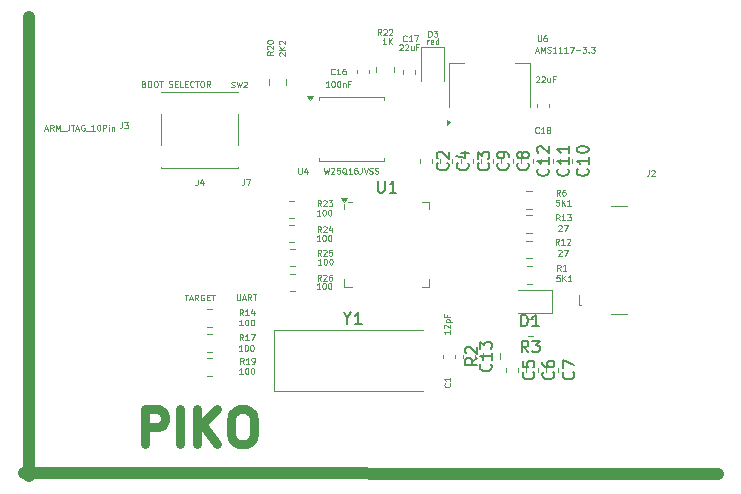
<source format=gbr>
%TF.GenerationSoftware,KiCad,Pcbnew,8.0.2*%
%TF.CreationDate,2025-07-19T08:03:09+07:00*%
%TF.ProjectId,PicoLink,5069636f-4c69-46e6-9b2e-6b696361645f,rev?*%
%TF.SameCoordinates,Original*%
%TF.FileFunction,Legend,Top*%
%TF.FilePolarity,Positive*%
%FSLAX46Y46*%
G04 Gerber Fmt 4.6, Leading zero omitted, Abs format (unit mm)*
G04 Created by KiCad (PCBNEW 8.0.2) date 2025-07-19 08:03:09*
%MOMM*%
%LPD*%
G01*
G04 APERTURE LIST*
%ADD10C,1.000000*%
%ADD11C,0.750000*%
%ADD12C,0.150000*%
%ADD13C,0.125000*%
%ADD14C,0.120000*%
G04 APERTURE END LIST*
D10*
X124950000Y-112050000D02*
X183750000Y-112100000D01*
X125450000Y-73450000D02*
X125450000Y-112300000D01*
D11*
X135207706Y-109593857D02*
X135207706Y-106593857D01*
X135207706Y-106593857D02*
X136350563Y-106593857D01*
X136350563Y-106593857D02*
X136636278Y-106736714D01*
X136636278Y-106736714D02*
X136779135Y-106879571D01*
X136779135Y-106879571D02*
X136921992Y-107165285D01*
X136921992Y-107165285D02*
X136921992Y-107593857D01*
X136921992Y-107593857D02*
X136779135Y-107879571D01*
X136779135Y-107879571D02*
X136636278Y-108022428D01*
X136636278Y-108022428D02*
X136350563Y-108165285D01*
X136350563Y-108165285D02*
X135207706Y-108165285D01*
X138207706Y-109593857D02*
X138207706Y-106593857D01*
X139636277Y-109593857D02*
X139636277Y-106593857D01*
X141350563Y-109593857D02*
X140064849Y-107879571D01*
X141350563Y-106593857D02*
X139636277Y-108308142D01*
X143207706Y-106593857D02*
X143779134Y-106593857D01*
X143779134Y-106593857D02*
X144064849Y-106736714D01*
X144064849Y-106736714D02*
X144350563Y-107022428D01*
X144350563Y-107022428D02*
X144493420Y-107593857D01*
X144493420Y-107593857D02*
X144493420Y-108593857D01*
X144493420Y-108593857D02*
X144350563Y-109165285D01*
X144350563Y-109165285D02*
X144064849Y-109451000D01*
X144064849Y-109451000D02*
X143779134Y-109593857D01*
X143779134Y-109593857D02*
X143207706Y-109593857D01*
X143207706Y-109593857D02*
X142921992Y-109451000D01*
X142921992Y-109451000D02*
X142636277Y-109165285D01*
X142636277Y-109165285D02*
X142493420Y-108593857D01*
X142493420Y-108593857D02*
X142493420Y-107593857D01*
X142493420Y-107593857D02*
X142636277Y-107022428D01*
X142636277Y-107022428D02*
X142921992Y-106736714D01*
X142921992Y-106736714D02*
X143207706Y-106593857D01*
D12*
X152373809Y-98928628D02*
X152373809Y-99404819D01*
X152040476Y-98404819D02*
X152373809Y-98928628D01*
X152373809Y-98928628D02*
X152707142Y-98404819D01*
X153564285Y-99404819D02*
X152992857Y-99404819D01*
X153278571Y-99404819D02*
X153278571Y-98404819D01*
X153278571Y-98404819D02*
X153183333Y-98547676D01*
X153183333Y-98547676D02*
X153088095Y-98642914D01*
X153088095Y-98642914D02*
X152992857Y-98690533D01*
X154938095Y-87274819D02*
X154938095Y-88084342D01*
X154938095Y-88084342D02*
X154985714Y-88179580D01*
X154985714Y-88179580D02*
X155033333Y-88227200D01*
X155033333Y-88227200D02*
X155128571Y-88274819D01*
X155128571Y-88274819D02*
X155319047Y-88274819D01*
X155319047Y-88274819D02*
X155414285Y-88227200D01*
X155414285Y-88227200D02*
X155461904Y-88179580D01*
X155461904Y-88179580D02*
X155509523Y-88084342D01*
X155509523Y-88084342D02*
X155509523Y-87274819D01*
X156509523Y-88274819D02*
X155938095Y-88274819D01*
X156223809Y-88274819D02*
X156223809Y-87274819D01*
X156223809Y-87274819D02*
X156128571Y-87417676D01*
X156128571Y-87417676D02*
X156033333Y-87512914D01*
X156033333Y-87512914D02*
X155938095Y-87560533D01*
X167683333Y-101804817D02*
X167350000Y-101328626D01*
X167111905Y-101804817D02*
X167111905Y-100804817D01*
X167111905Y-100804817D02*
X167492857Y-100804817D01*
X167492857Y-100804817D02*
X167588095Y-100852436D01*
X167588095Y-100852436D02*
X167635714Y-100900055D01*
X167635714Y-100900055D02*
X167683333Y-100995293D01*
X167683333Y-100995293D02*
X167683333Y-101138150D01*
X167683333Y-101138150D02*
X167635714Y-101233388D01*
X167635714Y-101233388D02*
X167588095Y-101281007D01*
X167588095Y-101281007D02*
X167492857Y-101328626D01*
X167492857Y-101328626D02*
X167111905Y-101328626D01*
X168016667Y-100804817D02*
X168635714Y-100804817D01*
X168635714Y-100804817D02*
X168302381Y-101185769D01*
X168302381Y-101185769D02*
X168445238Y-101185769D01*
X168445238Y-101185769D02*
X168540476Y-101233388D01*
X168540476Y-101233388D02*
X168588095Y-101281007D01*
X168588095Y-101281007D02*
X168635714Y-101376245D01*
X168635714Y-101376245D02*
X168635714Y-101614340D01*
X168635714Y-101614340D02*
X168588095Y-101709578D01*
X168588095Y-101709578D02*
X168540476Y-101757198D01*
X168540476Y-101757198D02*
X168445238Y-101804817D01*
X168445238Y-101804817D02*
X168159524Y-101804817D01*
X168159524Y-101804817D02*
X168064286Y-101757198D01*
X168064286Y-101757198D02*
X168016667Y-101709578D01*
X167061905Y-99604817D02*
X167061905Y-98604817D01*
X167061905Y-98604817D02*
X167300000Y-98604817D01*
X167300000Y-98604817D02*
X167442857Y-98652436D01*
X167442857Y-98652436D02*
X167538095Y-98747674D01*
X167538095Y-98747674D02*
X167585714Y-98842912D01*
X167585714Y-98842912D02*
X167633333Y-99033388D01*
X167633333Y-99033388D02*
X167633333Y-99176245D01*
X167633333Y-99176245D02*
X167585714Y-99366721D01*
X167585714Y-99366721D02*
X167538095Y-99461959D01*
X167538095Y-99461959D02*
X167442857Y-99557198D01*
X167442857Y-99557198D02*
X167300000Y-99604817D01*
X167300000Y-99604817D02*
X167061905Y-99604817D01*
X168585714Y-99604817D02*
X168014286Y-99604817D01*
X168300000Y-99604817D02*
X168300000Y-98604817D01*
X168300000Y-98604817D02*
X168204762Y-98747674D01*
X168204762Y-98747674D02*
X168109524Y-98842912D01*
X168109524Y-98842912D02*
X168014286Y-98890531D01*
X164489579Y-102792858D02*
X164537199Y-102840477D01*
X164537199Y-102840477D02*
X164584818Y-102983334D01*
X164584818Y-102983334D02*
X164584818Y-103078572D01*
X164584818Y-103078572D02*
X164537199Y-103221429D01*
X164537199Y-103221429D02*
X164441960Y-103316667D01*
X164441960Y-103316667D02*
X164346722Y-103364286D01*
X164346722Y-103364286D02*
X164156246Y-103411905D01*
X164156246Y-103411905D02*
X164013389Y-103411905D01*
X164013389Y-103411905D02*
X163822913Y-103364286D01*
X163822913Y-103364286D02*
X163727675Y-103316667D01*
X163727675Y-103316667D02*
X163632437Y-103221429D01*
X163632437Y-103221429D02*
X163584818Y-103078572D01*
X163584818Y-103078572D02*
X163584818Y-102983334D01*
X163584818Y-102983334D02*
X163632437Y-102840477D01*
X163632437Y-102840477D02*
X163680056Y-102792858D01*
X164584818Y-101840477D02*
X164584818Y-102411905D01*
X164584818Y-102126191D02*
X163584818Y-102126191D01*
X163584818Y-102126191D02*
X163727675Y-102221429D01*
X163727675Y-102221429D02*
X163822913Y-102316667D01*
X163822913Y-102316667D02*
X163870532Y-102411905D01*
X163584818Y-101507143D02*
X163584818Y-100888096D01*
X163584818Y-100888096D02*
X163965770Y-101221429D01*
X163965770Y-101221429D02*
X163965770Y-101078572D01*
X163965770Y-101078572D02*
X164013389Y-100983334D01*
X164013389Y-100983334D02*
X164061008Y-100935715D01*
X164061008Y-100935715D02*
X164156246Y-100888096D01*
X164156246Y-100888096D02*
X164394341Y-100888096D01*
X164394341Y-100888096D02*
X164489579Y-100935715D01*
X164489579Y-100935715D02*
X164537199Y-100983334D01*
X164537199Y-100983334D02*
X164584818Y-101078572D01*
X164584818Y-101078572D02*
X164584818Y-101364286D01*
X164584818Y-101364286D02*
X164537199Y-101459524D01*
X164537199Y-101459524D02*
X164489579Y-101507143D01*
X169339579Y-86242858D02*
X169387199Y-86290477D01*
X169387199Y-86290477D02*
X169434818Y-86433334D01*
X169434818Y-86433334D02*
X169434818Y-86528572D01*
X169434818Y-86528572D02*
X169387199Y-86671429D01*
X169387199Y-86671429D02*
X169291960Y-86766667D01*
X169291960Y-86766667D02*
X169196722Y-86814286D01*
X169196722Y-86814286D02*
X169006246Y-86861905D01*
X169006246Y-86861905D02*
X168863389Y-86861905D01*
X168863389Y-86861905D02*
X168672913Y-86814286D01*
X168672913Y-86814286D02*
X168577675Y-86766667D01*
X168577675Y-86766667D02*
X168482437Y-86671429D01*
X168482437Y-86671429D02*
X168434818Y-86528572D01*
X168434818Y-86528572D02*
X168434818Y-86433334D01*
X168434818Y-86433334D02*
X168482437Y-86290477D01*
X168482437Y-86290477D02*
X168530056Y-86242858D01*
X169434818Y-85290477D02*
X169434818Y-85861905D01*
X169434818Y-85576191D02*
X168434818Y-85576191D01*
X168434818Y-85576191D02*
X168577675Y-85671429D01*
X168577675Y-85671429D02*
X168672913Y-85766667D01*
X168672913Y-85766667D02*
X168720532Y-85861905D01*
X168530056Y-84909524D02*
X168482437Y-84861905D01*
X168482437Y-84861905D02*
X168434818Y-84766667D01*
X168434818Y-84766667D02*
X168434818Y-84528572D01*
X168434818Y-84528572D02*
X168482437Y-84433334D01*
X168482437Y-84433334D02*
X168530056Y-84385715D01*
X168530056Y-84385715D02*
X168625294Y-84338096D01*
X168625294Y-84338096D02*
X168720532Y-84338096D01*
X168720532Y-84338096D02*
X168863389Y-84385715D01*
X168863389Y-84385715D02*
X169434818Y-84957143D01*
X169434818Y-84957143D02*
X169434818Y-84338096D01*
X171039579Y-86242858D02*
X171087199Y-86290477D01*
X171087199Y-86290477D02*
X171134818Y-86433334D01*
X171134818Y-86433334D02*
X171134818Y-86528572D01*
X171134818Y-86528572D02*
X171087199Y-86671429D01*
X171087199Y-86671429D02*
X170991960Y-86766667D01*
X170991960Y-86766667D02*
X170896722Y-86814286D01*
X170896722Y-86814286D02*
X170706246Y-86861905D01*
X170706246Y-86861905D02*
X170563389Y-86861905D01*
X170563389Y-86861905D02*
X170372913Y-86814286D01*
X170372913Y-86814286D02*
X170277675Y-86766667D01*
X170277675Y-86766667D02*
X170182437Y-86671429D01*
X170182437Y-86671429D02*
X170134818Y-86528572D01*
X170134818Y-86528572D02*
X170134818Y-86433334D01*
X170134818Y-86433334D02*
X170182437Y-86290477D01*
X170182437Y-86290477D02*
X170230056Y-86242858D01*
X171134818Y-85290477D02*
X171134818Y-85861905D01*
X171134818Y-85576191D02*
X170134818Y-85576191D01*
X170134818Y-85576191D02*
X170277675Y-85671429D01*
X170277675Y-85671429D02*
X170372913Y-85766667D01*
X170372913Y-85766667D02*
X170420532Y-85861905D01*
X171134818Y-84338096D02*
X171134818Y-84909524D01*
X171134818Y-84623810D02*
X170134818Y-84623810D01*
X170134818Y-84623810D02*
X170277675Y-84719048D01*
X170277675Y-84719048D02*
X170372913Y-84814286D01*
X170372913Y-84814286D02*
X170420532Y-84909524D01*
X172689579Y-86242858D02*
X172737199Y-86290477D01*
X172737199Y-86290477D02*
X172784818Y-86433334D01*
X172784818Y-86433334D02*
X172784818Y-86528572D01*
X172784818Y-86528572D02*
X172737199Y-86671429D01*
X172737199Y-86671429D02*
X172641960Y-86766667D01*
X172641960Y-86766667D02*
X172546722Y-86814286D01*
X172546722Y-86814286D02*
X172356246Y-86861905D01*
X172356246Y-86861905D02*
X172213389Y-86861905D01*
X172213389Y-86861905D02*
X172022913Y-86814286D01*
X172022913Y-86814286D02*
X171927675Y-86766667D01*
X171927675Y-86766667D02*
X171832437Y-86671429D01*
X171832437Y-86671429D02*
X171784818Y-86528572D01*
X171784818Y-86528572D02*
X171784818Y-86433334D01*
X171784818Y-86433334D02*
X171832437Y-86290477D01*
X171832437Y-86290477D02*
X171880056Y-86242858D01*
X172784818Y-85290477D02*
X172784818Y-85861905D01*
X172784818Y-85576191D02*
X171784818Y-85576191D01*
X171784818Y-85576191D02*
X171927675Y-85671429D01*
X171927675Y-85671429D02*
X172022913Y-85766667D01*
X172022913Y-85766667D02*
X172070532Y-85861905D01*
X171784818Y-84671429D02*
X171784818Y-84576191D01*
X171784818Y-84576191D02*
X171832437Y-84480953D01*
X171832437Y-84480953D02*
X171880056Y-84433334D01*
X171880056Y-84433334D02*
X171975294Y-84385715D01*
X171975294Y-84385715D02*
X172165770Y-84338096D01*
X172165770Y-84338096D02*
X172403865Y-84338096D01*
X172403865Y-84338096D02*
X172594341Y-84385715D01*
X172594341Y-84385715D02*
X172689579Y-84433334D01*
X172689579Y-84433334D02*
X172737199Y-84480953D01*
X172737199Y-84480953D02*
X172784818Y-84576191D01*
X172784818Y-84576191D02*
X172784818Y-84671429D01*
X172784818Y-84671429D02*
X172737199Y-84766667D01*
X172737199Y-84766667D02*
X172689579Y-84814286D01*
X172689579Y-84814286D02*
X172594341Y-84861905D01*
X172594341Y-84861905D02*
X172403865Y-84909524D01*
X172403865Y-84909524D02*
X172165770Y-84909524D01*
X172165770Y-84909524D02*
X171975294Y-84861905D01*
X171975294Y-84861905D02*
X171880056Y-84814286D01*
X171880056Y-84814286D02*
X171832437Y-84766667D01*
X171832437Y-84766667D02*
X171784818Y-84671429D01*
X165939579Y-85766667D02*
X165987199Y-85814286D01*
X165987199Y-85814286D02*
X166034818Y-85957143D01*
X166034818Y-85957143D02*
X166034818Y-86052381D01*
X166034818Y-86052381D02*
X165987199Y-86195238D01*
X165987199Y-86195238D02*
X165891960Y-86290476D01*
X165891960Y-86290476D02*
X165796722Y-86338095D01*
X165796722Y-86338095D02*
X165606246Y-86385714D01*
X165606246Y-86385714D02*
X165463389Y-86385714D01*
X165463389Y-86385714D02*
X165272913Y-86338095D01*
X165272913Y-86338095D02*
X165177675Y-86290476D01*
X165177675Y-86290476D02*
X165082437Y-86195238D01*
X165082437Y-86195238D02*
X165034818Y-86052381D01*
X165034818Y-86052381D02*
X165034818Y-85957143D01*
X165034818Y-85957143D02*
X165082437Y-85814286D01*
X165082437Y-85814286D02*
X165130056Y-85766667D01*
X166034818Y-85290476D02*
X166034818Y-85100000D01*
X166034818Y-85100000D02*
X165987199Y-85004762D01*
X165987199Y-85004762D02*
X165939579Y-84957143D01*
X165939579Y-84957143D02*
X165796722Y-84861905D01*
X165796722Y-84861905D02*
X165606246Y-84814286D01*
X165606246Y-84814286D02*
X165225294Y-84814286D01*
X165225294Y-84814286D02*
X165130056Y-84861905D01*
X165130056Y-84861905D02*
X165082437Y-84909524D01*
X165082437Y-84909524D02*
X165034818Y-85004762D01*
X165034818Y-85004762D02*
X165034818Y-85195238D01*
X165034818Y-85195238D02*
X165082437Y-85290476D01*
X165082437Y-85290476D02*
X165130056Y-85338095D01*
X165130056Y-85338095D02*
X165225294Y-85385714D01*
X165225294Y-85385714D02*
X165463389Y-85385714D01*
X165463389Y-85385714D02*
X165558627Y-85338095D01*
X165558627Y-85338095D02*
X165606246Y-85290476D01*
X165606246Y-85290476D02*
X165653865Y-85195238D01*
X165653865Y-85195238D02*
X165653865Y-85004762D01*
X165653865Y-85004762D02*
X165606246Y-84909524D01*
X165606246Y-84909524D02*
X165558627Y-84861905D01*
X165558627Y-84861905D02*
X165463389Y-84814286D01*
X167639579Y-85766667D02*
X167687199Y-85814286D01*
X167687199Y-85814286D02*
X167734818Y-85957143D01*
X167734818Y-85957143D02*
X167734818Y-86052381D01*
X167734818Y-86052381D02*
X167687199Y-86195238D01*
X167687199Y-86195238D02*
X167591960Y-86290476D01*
X167591960Y-86290476D02*
X167496722Y-86338095D01*
X167496722Y-86338095D02*
X167306246Y-86385714D01*
X167306246Y-86385714D02*
X167163389Y-86385714D01*
X167163389Y-86385714D02*
X166972913Y-86338095D01*
X166972913Y-86338095D02*
X166877675Y-86290476D01*
X166877675Y-86290476D02*
X166782437Y-86195238D01*
X166782437Y-86195238D02*
X166734818Y-86052381D01*
X166734818Y-86052381D02*
X166734818Y-85957143D01*
X166734818Y-85957143D02*
X166782437Y-85814286D01*
X166782437Y-85814286D02*
X166830056Y-85766667D01*
X167163389Y-85195238D02*
X167115770Y-85290476D01*
X167115770Y-85290476D02*
X167068151Y-85338095D01*
X167068151Y-85338095D02*
X166972913Y-85385714D01*
X166972913Y-85385714D02*
X166925294Y-85385714D01*
X166925294Y-85385714D02*
X166830056Y-85338095D01*
X166830056Y-85338095D02*
X166782437Y-85290476D01*
X166782437Y-85290476D02*
X166734818Y-85195238D01*
X166734818Y-85195238D02*
X166734818Y-85004762D01*
X166734818Y-85004762D02*
X166782437Y-84909524D01*
X166782437Y-84909524D02*
X166830056Y-84861905D01*
X166830056Y-84861905D02*
X166925294Y-84814286D01*
X166925294Y-84814286D02*
X166972913Y-84814286D01*
X166972913Y-84814286D02*
X167068151Y-84861905D01*
X167068151Y-84861905D02*
X167115770Y-84909524D01*
X167115770Y-84909524D02*
X167163389Y-85004762D01*
X167163389Y-85004762D02*
X167163389Y-85195238D01*
X167163389Y-85195238D02*
X167211008Y-85290476D01*
X167211008Y-85290476D02*
X167258627Y-85338095D01*
X167258627Y-85338095D02*
X167353865Y-85385714D01*
X167353865Y-85385714D02*
X167544341Y-85385714D01*
X167544341Y-85385714D02*
X167639579Y-85338095D01*
X167639579Y-85338095D02*
X167687199Y-85290476D01*
X167687199Y-85290476D02*
X167734818Y-85195238D01*
X167734818Y-85195238D02*
X167734818Y-85004762D01*
X167734818Y-85004762D02*
X167687199Y-84909524D01*
X167687199Y-84909524D02*
X167639579Y-84861905D01*
X167639579Y-84861905D02*
X167544341Y-84814286D01*
X167544341Y-84814286D02*
X167353865Y-84814286D01*
X167353865Y-84814286D02*
X167258627Y-84861905D01*
X167258627Y-84861905D02*
X167211008Y-84909524D01*
X167211008Y-84909524D02*
X167163389Y-85004762D01*
X171489579Y-103466667D02*
X171537199Y-103514286D01*
X171537199Y-103514286D02*
X171584818Y-103657143D01*
X171584818Y-103657143D02*
X171584818Y-103752381D01*
X171584818Y-103752381D02*
X171537199Y-103895238D01*
X171537199Y-103895238D02*
X171441960Y-103990476D01*
X171441960Y-103990476D02*
X171346722Y-104038095D01*
X171346722Y-104038095D02*
X171156246Y-104085714D01*
X171156246Y-104085714D02*
X171013389Y-104085714D01*
X171013389Y-104085714D02*
X170822913Y-104038095D01*
X170822913Y-104038095D02*
X170727675Y-103990476D01*
X170727675Y-103990476D02*
X170632437Y-103895238D01*
X170632437Y-103895238D02*
X170584818Y-103752381D01*
X170584818Y-103752381D02*
X170584818Y-103657143D01*
X170584818Y-103657143D02*
X170632437Y-103514286D01*
X170632437Y-103514286D02*
X170680056Y-103466667D01*
X170584818Y-103133333D02*
X170584818Y-102466667D01*
X170584818Y-102466667D02*
X171584818Y-102895238D01*
X169789579Y-103466667D02*
X169837199Y-103514286D01*
X169837199Y-103514286D02*
X169884818Y-103657143D01*
X169884818Y-103657143D02*
X169884818Y-103752381D01*
X169884818Y-103752381D02*
X169837199Y-103895238D01*
X169837199Y-103895238D02*
X169741960Y-103990476D01*
X169741960Y-103990476D02*
X169646722Y-104038095D01*
X169646722Y-104038095D02*
X169456246Y-104085714D01*
X169456246Y-104085714D02*
X169313389Y-104085714D01*
X169313389Y-104085714D02*
X169122913Y-104038095D01*
X169122913Y-104038095D02*
X169027675Y-103990476D01*
X169027675Y-103990476D02*
X168932437Y-103895238D01*
X168932437Y-103895238D02*
X168884818Y-103752381D01*
X168884818Y-103752381D02*
X168884818Y-103657143D01*
X168884818Y-103657143D02*
X168932437Y-103514286D01*
X168932437Y-103514286D02*
X168980056Y-103466667D01*
X168884818Y-102609524D02*
X168884818Y-102800000D01*
X168884818Y-102800000D02*
X168932437Y-102895238D01*
X168932437Y-102895238D02*
X168980056Y-102942857D01*
X168980056Y-102942857D02*
X169122913Y-103038095D01*
X169122913Y-103038095D02*
X169313389Y-103085714D01*
X169313389Y-103085714D02*
X169694341Y-103085714D01*
X169694341Y-103085714D02*
X169789579Y-103038095D01*
X169789579Y-103038095D02*
X169837199Y-102990476D01*
X169837199Y-102990476D02*
X169884818Y-102895238D01*
X169884818Y-102895238D02*
X169884818Y-102704762D01*
X169884818Y-102704762D02*
X169837199Y-102609524D01*
X169837199Y-102609524D02*
X169789579Y-102561905D01*
X169789579Y-102561905D02*
X169694341Y-102514286D01*
X169694341Y-102514286D02*
X169456246Y-102514286D01*
X169456246Y-102514286D02*
X169361008Y-102561905D01*
X169361008Y-102561905D02*
X169313389Y-102609524D01*
X169313389Y-102609524D02*
X169265770Y-102704762D01*
X169265770Y-102704762D02*
X169265770Y-102895238D01*
X169265770Y-102895238D02*
X169313389Y-102990476D01*
X169313389Y-102990476D02*
X169361008Y-103038095D01*
X169361008Y-103038095D02*
X169456246Y-103085714D01*
X168112079Y-103466667D02*
X168159699Y-103514286D01*
X168159699Y-103514286D02*
X168207318Y-103657143D01*
X168207318Y-103657143D02*
X168207318Y-103752381D01*
X168207318Y-103752381D02*
X168159699Y-103895238D01*
X168159699Y-103895238D02*
X168064460Y-103990476D01*
X168064460Y-103990476D02*
X167969222Y-104038095D01*
X167969222Y-104038095D02*
X167778746Y-104085714D01*
X167778746Y-104085714D02*
X167635889Y-104085714D01*
X167635889Y-104085714D02*
X167445413Y-104038095D01*
X167445413Y-104038095D02*
X167350175Y-103990476D01*
X167350175Y-103990476D02*
X167254937Y-103895238D01*
X167254937Y-103895238D02*
X167207318Y-103752381D01*
X167207318Y-103752381D02*
X167207318Y-103657143D01*
X167207318Y-103657143D02*
X167254937Y-103514286D01*
X167254937Y-103514286D02*
X167302556Y-103466667D01*
X167207318Y-102561905D02*
X167207318Y-103038095D01*
X167207318Y-103038095D02*
X167683508Y-103085714D01*
X167683508Y-103085714D02*
X167635889Y-103038095D01*
X167635889Y-103038095D02*
X167588270Y-102942857D01*
X167588270Y-102942857D02*
X167588270Y-102704762D01*
X167588270Y-102704762D02*
X167635889Y-102609524D01*
X167635889Y-102609524D02*
X167683508Y-102561905D01*
X167683508Y-102561905D02*
X167778746Y-102514286D01*
X167778746Y-102514286D02*
X168016841Y-102514286D01*
X168016841Y-102514286D02*
X168112079Y-102561905D01*
X168112079Y-102561905D02*
X168159699Y-102609524D01*
X168159699Y-102609524D02*
X168207318Y-102704762D01*
X168207318Y-102704762D02*
X168207318Y-102942857D01*
X168207318Y-102942857D02*
X168159699Y-103038095D01*
X168159699Y-103038095D02*
X168112079Y-103085714D01*
X162539579Y-85766667D02*
X162587199Y-85814286D01*
X162587199Y-85814286D02*
X162634818Y-85957143D01*
X162634818Y-85957143D02*
X162634818Y-86052381D01*
X162634818Y-86052381D02*
X162587199Y-86195238D01*
X162587199Y-86195238D02*
X162491960Y-86290476D01*
X162491960Y-86290476D02*
X162396722Y-86338095D01*
X162396722Y-86338095D02*
X162206246Y-86385714D01*
X162206246Y-86385714D02*
X162063389Y-86385714D01*
X162063389Y-86385714D02*
X161872913Y-86338095D01*
X161872913Y-86338095D02*
X161777675Y-86290476D01*
X161777675Y-86290476D02*
X161682437Y-86195238D01*
X161682437Y-86195238D02*
X161634818Y-86052381D01*
X161634818Y-86052381D02*
X161634818Y-85957143D01*
X161634818Y-85957143D02*
X161682437Y-85814286D01*
X161682437Y-85814286D02*
X161730056Y-85766667D01*
X161968151Y-84909524D02*
X162634818Y-84909524D01*
X161587199Y-85147619D02*
X162301484Y-85385714D01*
X162301484Y-85385714D02*
X162301484Y-84766667D01*
X164289579Y-85766667D02*
X164337199Y-85814286D01*
X164337199Y-85814286D02*
X164384818Y-85957143D01*
X164384818Y-85957143D02*
X164384818Y-86052381D01*
X164384818Y-86052381D02*
X164337199Y-86195238D01*
X164337199Y-86195238D02*
X164241960Y-86290476D01*
X164241960Y-86290476D02*
X164146722Y-86338095D01*
X164146722Y-86338095D02*
X163956246Y-86385714D01*
X163956246Y-86385714D02*
X163813389Y-86385714D01*
X163813389Y-86385714D02*
X163622913Y-86338095D01*
X163622913Y-86338095D02*
X163527675Y-86290476D01*
X163527675Y-86290476D02*
X163432437Y-86195238D01*
X163432437Y-86195238D02*
X163384818Y-86052381D01*
X163384818Y-86052381D02*
X163384818Y-85957143D01*
X163384818Y-85957143D02*
X163432437Y-85814286D01*
X163432437Y-85814286D02*
X163480056Y-85766667D01*
X163384818Y-85433333D02*
X163384818Y-84814286D01*
X163384818Y-84814286D02*
X163765770Y-85147619D01*
X163765770Y-85147619D02*
X163765770Y-85004762D01*
X163765770Y-85004762D02*
X163813389Y-84909524D01*
X163813389Y-84909524D02*
X163861008Y-84861905D01*
X163861008Y-84861905D02*
X163956246Y-84814286D01*
X163956246Y-84814286D02*
X164194341Y-84814286D01*
X164194341Y-84814286D02*
X164289579Y-84861905D01*
X164289579Y-84861905D02*
X164337199Y-84909524D01*
X164337199Y-84909524D02*
X164384818Y-85004762D01*
X164384818Y-85004762D02*
X164384818Y-85290476D01*
X164384818Y-85290476D02*
X164337199Y-85385714D01*
X164337199Y-85385714D02*
X164289579Y-85433333D01*
X160839579Y-85766667D02*
X160887199Y-85814286D01*
X160887199Y-85814286D02*
X160934818Y-85957143D01*
X160934818Y-85957143D02*
X160934818Y-86052381D01*
X160934818Y-86052381D02*
X160887199Y-86195238D01*
X160887199Y-86195238D02*
X160791960Y-86290476D01*
X160791960Y-86290476D02*
X160696722Y-86338095D01*
X160696722Y-86338095D02*
X160506246Y-86385714D01*
X160506246Y-86385714D02*
X160363389Y-86385714D01*
X160363389Y-86385714D02*
X160172913Y-86338095D01*
X160172913Y-86338095D02*
X160077675Y-86290476D01*
X160077675Y-86290476D02*
X159982437Y-86195238D01*
X159982437Y-86195238D02*
X159934818Y-86052381D01*
X159934818Y-86052381D02*
X159934818Y-85957143D01*
X159934818Y-85957143D02*
X159982437Y-85814286D01*
X159982437Y-85814286D02*
X160030056Y-85766667D01*
X160030056Y-85385714D02*
X159982437Y-85338095D01*
X159982437Y-85338095D02*
X159934818Y-85242857D01*
X159934818Y-85242857D02*
X159934818Y-85004762D01*
X159934818Y-85004762D02*
X159982437Y-84909524D01*
X159982437Y-84909524D02*
X160030056Y-84861905D01*
X160030056Y-84861905D02*
X160125294Y-84814286D01*
X160125294Y-84814286D02*
X160220532Y-84814286D01*
X160220532Y-84814286D02*
X160363389Y-84861905D01*
X160363389Y-84861905D02*
X160934818Y-85433333D01*
X160934818Y-85433333D02*
X160934818Y-84814286D01*
X163354820Y-102266667D02*
X162878629Y-102600000D01*
X163354820Y-102838095D02*
X162354820Y-102838095D01*
X162354820Y-102838095D02*
X162354820Y-102457143D01*
X162354820Y-102457143D02*
X162402439Y-102361905D01*
X162402439Y-102361905D02*
X162450058Y-102314286D01*
X162450058Y-102314286D02*
X162545296Y-102266667D01*
X162545296Y-102266667D02*
X162688153Y-102266667D01*
X162688153Y-102266667D02*
X162783391Y-102314286D01*
X162783391Y-102314286D02*
X162831010Y-102361905D01*
X162831010Y-102361905D02*
X162878629Y-102457143D01*
X162878629Y-102457143D02*
X162878629Y-102838095D01*
X162450058Y-101885714D02*
X162402439Y-101838095D01*
X162402439Y-101838095D02*
X162354820Y-101742857D01*
X162354820Y-101742857D02*
X162354820Y-101504762D01*
X162354820Y-101504762D02*
X162402439Y-101409524D01*
X162402439Y-101409524D02*
X162450058Y-101361905D01*
X162450058Y-101361905D02*
X162545296Y-101314286D01*
X162545296Y-101314286D02*
X162640534Y-101314286D01*
X162640534Y-101314286D02*
X162783391Y-101361905D01*
X162783391Y-101361905D02*
X163354820Y-101933333D01*
X163354820Y-101933333D02*
X163354820Y-101314286D01*
D13*
X159230952Y-75074809D02*
X159230952Y-74574809D01*
X159230952Y-74574809D02*
X159350000Y-74574809D01*
X159350000Y-74574809D02*
X159421428Y-74598619D01*
X159421428Y-74598619D02*
X159469047Y-74646238D01*
X159469047Y-74646238D02*
X159492857Y-74693857D01*
X159492857Y-74693857D02*
X159516666Y-74789095D01*
X159516666Y-74789095D02*
X159516666Y-74860523D01*
X159516666Y-74860523D02*
X159492857Y-74955761D01*
X159492857Y-74955761D02*
X159469047Y-75003380D01*
X159469047Y-75003380D02*
X159421428Y-75051000D01*
X159421428Y-75051000D02*
X159350000Y-75074809D01*
X159350000Y-75074809D02*
X159230952Y-75074809D01*
X159683333Y-74574809D02*
X159992857Y-74574809D01*
X159992857Y-74574809D02*
X159826190Y-74765285D01*
X159826190Y-74765285D02*
X159897619Y-74765285D01*
X159897619Y-74765285D02*
X159945238Y-74789095D01*
X159945238Y-74789095D02*
X159969047Y-74812904D01*
X159969047Y-74812904D02*
X159992857Y-74860523D01*
X159992857Y-74860523D02*
X159992857Y-74979571D01*
X159992857Y-74979571D02*
X159969047Y-75027190D01*
X159969047Y-75027190D02*
X159945238Y-75051000D01*
X159945238Y-75051000D02*
X159897619Y-75074809D01*
X159897619Y-75074809D02*
X159754762Y-75074809D01*
X159754762Y-75074809D02*
X159707143Y-75051000D01*
X159707143Y-75051000D02*
X159683333Y-75027190D01*
X159123809Y-75724809D02*
X159123809Y-75391476D01*
X159123809Y-75486714D02*
X159147619Y-75439095D01*
X159147619Y-75439095D02*
X159171428Y-75415285D01*
X159171428Y-75415285D02*
X159219047Y-75391476D01*
X159219047Y-75391476D02*
X159266666Y-75391476D01*
X159623809Y-75701000D02*
X159576190Y-75724809D01*
X159576190Y-75724809D02*
X159480952Y-75724809D01*
X159480952Y-75724809D02*
X159433333Y-75701000D01*
X159433333Y-75701000D02*
X159409524Y-75653380D01*
X159409524Y-75653380D02*
X159409524Y-75462904D01*
X159409524Y-75462904D02*
X159433333Y-75415285D01*
X159433333Y-75415285D02*
X159480952Y-75391476D01*
X159480952Y-75391476D02*
X159576190Y-75391476D01*
X159576190Y-75391476D02*
X159623809Y-75415285D01*
X159623809Y-75415285D02*
X159647619Y-75462904D01*
X159647619Y-75462904D02*
X159647619Y-75510523D01*
X159647619Y-75510523D02*
X159409524Y-75558142D01*
X160076190Y-75724809D02*
X160076190Y-75224809D01*
X160076190Y-75701000D02*
X160028571Y-75724809D01*
X160028571Y-75724809D02*
X159933333Y-75724809D01*
X159933333Y-75724809D02*
X159885714Y-75701000D01*
X159885714Y-75701000D02*
X159861904Y-75677190D01*
X159861904Y-75677190D02*
X159838095Y-75629571D01*
X159838095Y-75629571D02*
X159838095Y-75486714D01*
X159838095Y-75486714D02*
X159861904Y-75439095D01*
X159861904Y-75439095D02*
X159885714Y-75415285D01*
X159885714Y-75415285D02*
X159933333Y-75391476D01*
X159933333Y-75391476D02*
X160028571Y-75391476D01*
X160028571Y-75391476D02*
X160076190Y-75415285D01*
X168578571Y-83177190D02*
X168554762Y-83201000D01*
X168554762Y-83201000D02*
X168483333Y-83224809D01*
X168483333Y-83224809D02*
X168435714Y-83224809D01*
X168435714Y-83224809D02*
X168364286Y-83201000D01*
X168364286Y-83201000D02*
X168316667Y-83153380D01*
X168316667Y-83153380D02*
X168292857Y-83105761D01*
X168292857Y-83105761D02*
X168269048Y-83010523D01*
X168269048Y-83010523D02*
X168269048Y-82939095D01*
X168269048Y-82939095D02*
X168292857Y-82843857D01*
X168292857Y-82843857D02*
X168316667Y-82796238D01*
X168316667Y-82796238D02*
X168364286Y-82748619D01*
X168364286Y-82748619D02*
X168435714Y-82724809D01*
X168435714Y-82724809D02*
X168483333Y-82724809D01*
X168483333Y-82724809D02*
X168554762Y-82748619D01*
X168554762Y-82748619D02*
X168578571Y-82772428D01*
X169054762Y-83224809D02*
X168769048Y-83224809D01*
X168911905Y-83224809D02*
X168911905Y-82724809D01*
X168911905Y-82724809D02*
X168864286Y-82796238D01*
X168864286Y-82796238D02*
X168816667Y-82843857D01*
X168816667Y-82843857D02*
X168769048Y-82867666D01*
X169340476Y-82939095D02*
X169292857Y-82915285D01*
X169292857Y-82915285D02*
X169269047Y-82891476D01*
X169269047Y-82891476D02*
X169245238Y-82843857D01*
X169245238Y-82843857D02*
X169245238Y-82820047D01*
X169245238Y-82820047D02*
X169269047Y-82772428D01*
X169269047Y-82772428D02*
X169292857Y-82748619D01*
X169292857Y-82748619D02*
X169340476Y-82724809D01*
X169340476Y-82724809D02*
X169435714Y-82724809D01*
X169435714Y-82724809D02*
X169483333Y-82748619D01*
X169483333Y-82748619D02*
X169507142Y-82772428D01*
X169507142Y-82772428D02*
X169530952Y-82820047D01*
X169530952Y-82820047D02*
X169530952Y-82843857D01*
X169530952Y-82843857D02*
X169507142Y-82891476D01*
X169507142Y-82891476D02*
X169483333Y-82915285D01*
X169483333Y-82915285D02*
X169435714Y-82939095D01*
X169435714Y-82939095D02*
X169340476Y-82939095D01*
X169340476Y-82939095D02*
X169292857Y-82962904D01*
X169292857Y-82962904D02*
X169269047Y-82986714D01*
X169269047Y-82986714D02*
X169245238Y-83034333D01*
X169245238Y-83034333D02*
X169245238Y-83129571D01*
X169245238Y-83129571D02*
X169269047Y-83177190D01*
X169269047Y-83177190D02*
X169292857Y-83201000D01*
X169292857Y-83201000D02*
X169340476Y-83224809D01*
X169340476Y-83224809D02*
X169435714Y-83224809D01*
X169435714Y-83224809D02*
X169483333Y-83201000D01*
X169483333Y-83201000D02*
X169507142Y-83177190D01*
X169507142Y-83177190D02*
X169530952Y-83129571D01*
X169530952Y-83129571D02*
X169530952Y-83034333D01*
X169530952Y-83034333D02*
X169507142Y-82986714D01*
X169507142Y-82986714D02*
X169483333Y-82962904D01*
X169483333Y-82962904D02*
X169435714Y-82939095D01*
X168328572Y-78472428D02*
X168352381Y-78448619D01*
X168352381Y-78448619D02*
X168400000Y-78424809D01*
X168400000Y-78424809D02*
X168519048Y-78424809D01*
X168519048Y-78424809D02*
X168566667Y-78448619D01*
X168566667Y-78448619D02*
X168590476Y-78472428D01*
X168590476Y-78472428D02*
X168614286Y-78520047D01*
X168614286Y-78520047D02*
X168614286Y-78567666D01*
X168614286Y-78567666D02*
X168590476Y-78639095D01*
X168590476Y-78639095D02*
X168304762Y-78924809D01*
X168304762Y-78924809D02*
X168614286Y-78924809D01*
X168804762Y-78472428D02*
X168828571Y-78448619D01*
X168828571Y-78448619D02*
X168876190Y-78424809D01*
X168876190Y-78424809D02*
X168995238Y-78424809D01*
X168995238Y-78424809D02*
X169042857Y-78448619D01*
X169042857Y-78448619D02*
X169066666Y-78472428D01*
X169066666Y-78472428D02*
X169090476Y-78520047D01*
X169090476Y-78520047D02*
X169090476Y-78567666D01*
X169090476Y-78567666D02*
X169066666Y-78639095D01*
X169066666Y-78639095D02*
X168780952Y-78924809D01*
X168780952Y-78924809D02*
X169090476Y-78924809D01*
X169519047Y-78591476D02*
X169519047Y-78924809D01*
X169304761Y-78591476D02*
X169304761Y-78853380D01*
X169304761Y-78853380D02*
X169328571Y-78901000D01*
X169328571Y-78901000D02*
X169376190Y-78924809D01*
X169376190Y-78924809D02*
X169447618Y-78924809D01*
X169447618Y-78924809D02*
X169495237Y-78901000D01*
X169495237Y-78901000D02*
X169519047Y-78877190D01*
X169923809Y-78662904D02*
X169757142Y-78662904D01*
X169757142Y-78924809D02*
X169757142Y-78424809D01*
X169757142Y-78424809D02*
X169995237Y-78424809D01*
X150128571Y-89424809D02*
X149961905Y-89186714D01*
X149842857Y-89424809D02*
X149842857Y-88924809D01*
X149842857Y-88924809D02*
X150033333Y-88924809D01*
X150033333Y-88924809D02*
X150080952Y-88948619D01*
X150080952Y-88948619D02*
X150104762Y-88972428D01*
X150104762Y-88972428D02*
X150128571Y-89020047D01*
X150128571Y-89020047D02*
X150128571Y-89091476D01*
X150128571Y-89091476D02*
X150104762Y-89139095D01*
X150104762Y-89139095D02*
X150080952Y-89162904D01*
X150080952Y-89162904D02*
X150033333Y-89186714D01*
X150033333Y-89186714D02*
X149842857Y-89186714D01*
X150319048Y-88972428D02*
X150342857Y-88948619D01*
X150342857Y-88948619D02*
X150390476Y-88924809D01*
X150390476Y-88924809D02*
X150509524Y-88924809D01*
X150509524Y-88924809D02*
X150557143Y-88948619D01*
X150557143Y-88948619D02*
X150580952Y-88972428D01*
X150580952Y-88972428D02*
X150604762Y-89020047D01*
X150604762Y-89020047D02*
X150604762Y-89067666D01*
X150604762Y-89067666D02*
X150580952Y-89139095D01*
X150580952Y-89139095D02*
X150295238Y-89424809D01*
X150295238Y-89424809D02*
X150604762Y-89424809D01*
X150771428Y-88924809D02*
X151080952Y-88924809D01*
X151080952Y-88924809D02*
X150914285Y-89115285D01*
X150914285Y-89115285D02*
X150985714Y-89115285D01*
X150985714Y-89115285D02*
X151033333Y-89139095D01*
X151033333Y-89139095D02*
X151057142Y-89162904D01*
X151057142Y-89162904D02*
X151080952Y-89210523D01*
X151080952Y-89210523D02*
X151080952Y-89329571D01*
X151080952Y-89329571D02*
X151057142Y-89377190D01*
X151057142Y-89377190D02*
X151033333Y-89401000D01*
X151033333Y-89401000D02*
X150985714Y-89424809D01*
X150985714Y-89424809D02*
X150842857Y-89424809D01*
X150842857Y-89424809D02*
X150795238Y-89401000D01*
X150795238Y-89401000D02*
X150771428Y-89377190D01*
X150066667Y-90224809D02*
X149780953Y-90224809D01*
X149923810Y-90224809D02*
X149923810Y-89724809D01*
X149923810Y-89724809D02*
X149876191Y-89796238D01*
X149876191Y-89796238D02*
X149828572Y-89843857D01*
X149828572Y-89843857D02*
X149780953Y-89867666D01*
X150376190Y-89724809D02*
X150423809Y-89724809D01*
X150423809Y-89724809D02*
X150471428Y-89748619D01*
X150471428Y-89748619D02*
X150495238Y-89772428D01*
X150495238Y-89772428D02*
X150519047Y-89820047D01*
X150519047Y-89820047D02*
X150542857Y-89915285D01*
X150542857Y-89915285D02*
X150542857Y-90034333D01*
X150542857Y-90034333D02*
X150519047Y-90129571D01*
X150519047Y-90129571D02*
X150495238Y-90177190D01*
X150495238Y-90177190D02*
X150471428Y-90201000D01*
X150471428Y-90201000D02*
X150423809Y-90224809D01*
X150423809Y-90224809D02*
X150376190Y-90224809D01*
X150376190Y-90224809D02*
X150328571Y-90201000D01*
X150328571Y-90201000D02*
X150304762Y-90177190D01*
X150304762Y-90177190D02*
X150280952Y-90129571D01*
X150280952Y-90129571D02*
X150257143Y-90034333D01*
X150257143Y-90034333D02*
X150257143Y-89915285D01*
X150257143Y-89915285D02*
X150280952Y-89820047D01*
X150280952Y-89820047D02*
X150304762Y-89772428D01*
X150304762Y-89772428D02*
X150328571Y-89748619D01*
X150328571Y-89748619D02*
X150376190Y-89724809D01*
X150852380Y-89724809D02*
X150899999Y-89724809D01*
X150899999Y-89724809D02*
X150947618Y-89748619D01*
X150947618Y-89748619D02*
X150971428Y-89772428D01*
X150971428Y-89772428D02*
X150995237Y-89820047D01*
X150995237Y-89820047D02*
X151019047Y-89915285D01*
X151019047Y-89915285D02*
X151019047Y-90034333D01*
X151019047Y-90034333D02*
X150995237Y-90129571D01*
X150995237Y-90129571D02*
X150971428Y-90177190D01*
X150971428Y-90177190D02*
X150947618Y-90201000D01*
X150947618Y-90201000D02*
X150899999Y-90224809D01*
X150899999Y-90224809D02*
X150852380Y-90224809D01*
X150852380Y-90224809D02*
X150804761Y-90201000D01*
X150804761Y-90201000D02*
X150780952Y-90177190D01*
X150780952Y-90177190D02*
X150757142Y-90129571D01*
X150757142Y-90129571D02*
X150733333Y-90034333D01*
X150733333Y-90034333D02*
X150733333Y-89915285D01*
X150733333Y-89915285D02*
X150757142Y-89820047D01*
X150757142Y-89820047D02*
X150780952Y-89772428D01*
X150780952Y-89772428D02*
X150804761Y-89748619D01*
X150804761Y-89748619D02*
X150852380Y-89724809D01*
X150128571Y-93624809D02*
X149961905Y-93386714D01*
X149842857Y-93624809D02*
X149842857Y-93124809D01*
X149842857Y-93124809D02*
X150033333Y-93124809D01*
X150033333Y-93124809D02*
X150080952Y-93148619D01*
X150080952Y-93148619D02*
X150104762Y-93172428D01*
X150104762Y-93172428D02*
X150128571Y-93220047D01*
X150128571Y-93220047D02*
X150128571Y-93291476D01*
X150128571Y-93291476D02*
X150104762Y-93339095D01*
X150104762Y-93339095D02*
X150080952Y-93362904D01*
X150080952Y-93362904D02*
X150033333Y-93386714D01*
X150033333Y-93386714D02*
X149842857Y-93386714D01*
X150319048Y-93172428D02*
X150342857Y-93148619D01*
X150342857Y-93148619D02*
X150390476Y-93124809D01*
X150390476Y-93124809D02*
X150509524Y-93124809D01*
X150509524Y-93124809D02*
X150557143Y-93148619D01*
X150557143Y-93148619D02*
X150580952Y-93172428D01*
X150580952Y-93172428D02*
X150604762Y-93220047D01*
X150604762Y-93220047D02*
X150604762Y-93267666D01*
X150604762Y-93267666D02*
X150580952Y-93339095D01*
X150580952Y-93339095D02*
X150295238Y-93624809D01*
X150295238Y-93624809D02*
X150604762Y-93624809D01*
X151057142Y-93124809D02*
X150819047Y-93124809D01*
X150819047Y-93124809D02*
X150795238Y-93362904D01*
X150795238Y-93362904D02*
X150819047Y-93339095D01*
X150819047Y-93339095D02*
X150866666Y-93315285D01*
X150866666Y-93315285D02*
X150985714Y-93315285D01*
X150985714Y-93315285D02*
X151033333Y-93339095D01*
X151033333Y-93339095D02*
X151057142Y-93362904D01*
X151057142Y-93362904D02*
X151080952Y-93410523D01*
X151080952Y-93410523D02*
X151080952Y-93529571D01*
X151080952Y-93529571D02*
X151057142Y-93577190D01*
X151057142Y-93577190D02*
X151033333Y-93601000D01*
X151033333Y-93601000D02*
X150985714Y-93624809D01*
X150985714Y-93624809D02*
X150866666Y-93624809D01*
X150866666Y-93624809D02*
X150819047Y-93601000D01*
X150819047Y-93601000D02*
X150795238Y-93577190D01*
X150166667Y-94374809D02*
X149880953Y-94374809D01*
X150023810Y-94374809D02*
X150023810Y-93874809D01*
X150023810Y-93874809D02*
X149976191Y-93946238D01*
X149976191Y-93946238D02*
X149928572Y-93993857D01*
X149928572Y-93993857D02*
X149880953Y-94017666D01*
X150476190Y-93874809D02*
X150523809Y-93874809D01*
X150523809Y-93874809D02*
X150571428Y-93898619D01*
X150571428Y-93898619D02*
X150595238Y-93922428D01*
X150595238Y-93922428D02*
X150619047Y-93970047D01*
X150619047Y-93970047D02*
X150642857Y-94065285D01*
X150642857Y-94065285D02*
X150642857Y-94184333D01*
X150642857Y-94184333D02*
X150619047Y-94279571D01*
X150619047Y-94279571D02*
X150595238Y-94327190D01*
X150595238Y-94327190D02*
X150571428Y-94351000D01*
X150571428Y-94351000D02*
X150523809Y-94374809D01*
X150523809Y-94374809D02*
X150476190Y-94374809D01*
X150476190Y-94374809D02*
X150428571Y-94351000D01*
X150428571Y-94351000D02*
X150404762Y-94327190D01*
X150404762Y-94327190D02*
X150380952Y-94279571D01*
X150380952Y-94279571D02*
X150357143Y-94184333D01*
X150357143Y-94184333D02*
X150357143Y-94065285D01*
X150357143Y-94065285D02*
X150380952Y-93970047D01*
X150380952Y-93970047D02*
X150404762Y-93922428D01*
X150404762Y-93922428D02*
X150428571Y-93898619D01*
X150428571Y-93898619D02*
X150476190Y-93874809D01*
X150952380Y-93874809D02*
X150999999Y-93874809D01*
X150999999Y-93874809D02*
X151047618Y-93898619D01*
X151047618Y-93898619D02*
X151071428Y-93922428D01*
X151071428Y-93922428D02*
X151095237Y-93970047D01*
X151095237Y-93970047D02*
X151119047Y-94065285D01*
X151119047Y-94065285D02*
X151119047Y-94184333D01*
X151119047Y-94184333D02*
X151095237Y-94279571D01*
X151095237Y-94279571D02*
X151071428Y-94327190D01*
X151071428Y-94327190D02*
X151047618Y-94351000D01*
X151047618Y-94351000D02*
X150999999Y-94374809D01*
X150999999Y-94374809D02*
X150952380Y-94374809D01*
X150952380Y-94374809D02*
X150904761Y-94351000D01*
X150904761Y-94351000D02*
X150880952Y-94327190D01*
X150880952Y-94327190D02*
X150857142Y-94279571D01*
X150857142Y-94279571D02*
X150833333Y-94184333D01*
X150833333Y-94184333D02*
X150833333Y-94065285D01*
X150833333Y-94065285D02*
X150857142Y-93970047D01*
X150857142Y-93970047D02*
X150880952Y-93922428D01*
X150880952Y-93922428D02*
X150904761Y-93898619D01*
X150904761Y-93898619D02*
X150952380Y-93874809D01*
X157378571Y-75427190D02*
X157354762Y-75451000D01*
X157354762Y-75451000D02*
X157283333Y-75474809D01*
X157283333Y-75474809D02*
X157235714Y-75474809D01*
X157235714Y-75474809D02*
X157164286Y-75451000D01*
X157164286Y-75451000D02*
X157116667Y-75403380D01*
X157116667Y-75403380D02*
X157092857Y-75355761D01*
X157092857Y-75355761D02*
X157069048Y-75260523D01*
X157069048Y-75260523D02*
X157069048Y-75189095D01*
X157069048Y-75189095D02*
X157092857Y-75093857D01*
X157092857Y-75093857D02*
X157116667Y-75046238D01*
X157116667Y-75046238D02*
X157164286Y-74998619D01*
X157164286Y-74998619D02*
X157235714Y-74974809D01*
X157235714Y-74974809D02*
X157283333Y-74974809D01*
X157283333Y-74974809D02*
X157354762Y-74998619D01*
X157354762Y-74998619D02*
X157378571Y-75022428D01*
X157854762Y-75474809D02*
X157569048Y-75474809D01*
X157711905Y-75474809D02*
X157711905Y-74974809D01*
X157711905Y-74974809D02*
X157664286Y-75046238D01*
X157664286Y-75046238D02*
X157616667Y-75093857D01*
X157616667Y-75093857D02*
X157569048Y-75117666D01*
X158021428Y-74974809D02*
X158354761Y-74974809D01*
X158354761Y-74974809D02*
X158140476Y-75474809D01*
X156778572Y-75772428D02*
X156802381Y-75748619D01*
X156802381Y-75748619D02*
X156850000Y-75724809D01*
X156850000Y-75724809D02*
X156969048Y-75724809D01*
X156969048Y-75724809D02*
X157016667Y-75748619D01*
X157016667Y-75748619D02*
X157040476Y-75772428D01*
X157040476Y-75772428D02*
X157064286Y-75820047D01*
X157064286Y-75820047D02*
X157064286Y-75867666D01*
X157064286Y-75867666D02*
X157040476Y-75939095D01*
X157040476Y-75939095D02*
X156754762Y-76224809D01*
X156754762Y-76224809D02*
X157064286Y-76224809D01*
X157254762Y-75772428D02*
X157278571Y-75748619D01*
X157278571Y-75748619D02*
X157326190Y-75724809D01*
X157326190Y-75724809D02*
X157445238Y-75724809D01*
X157445238Y-75724809D02*
X157492857Y-75748619D01*
X157492857Y-75748619D02*
X157516666Y-75772428D01*
X157516666Y-75772428D02*
X157540476Y-75820047D01*
X157540476Y-75820047D02*
X157540476Y-75867666D01*
X157540476Y-75867666D02*
X157516666Y-75939095D01*
X157516666Y-75939095D02*
X157230952Y-76224809D01*
X157230952Y-76224809D02*
X157540476Y-76224809D01*
X157969047Y-75891476D02*
X157969047Y-76224809D01*
X157754761Y-75891476D02*
X157754761Y-76153380D01*
X157754761Y-76153380D02*
X157778571Y-76201000D01*
X157778571Y-76201000D02*
X157826190Y-76224809D01*
X157826190Y-76224809D02*
X157897618Y-76224809D01*
X157897618Y-76224809D02*
X157945237Y-76201000D01*
X157945237Y-76201000D02*
X157969047Y-76177190D01*
X158373809Y-75962904D02*
X158207142Y-75962904D01*
X158207142Y-76224809D02*
X158207142Y-75724809D01*
X158207142Y-75724809D02*
X158445237Y-75724809D01*
X142533334Y-79351000D02*
X142604762Y-79374809D01*
X142604762Y-79374809D02*
X142723810Y-79374809D01*
X142723810Y-79374809D02*
X142771429Y-79351000D01*
X142771429Y-79351000D02*
X142795238Y-79327190D01*
X142795238Y-79327190D02*
X142819048Y-79279571D01*
X142819048Y-79279571D02*
X142819048Y-79231952D01*
X142819048Y-79231952D02*
X142795238Y-79184333D01*
X142795238Y-79184333D02*
X142771429Y-79160523D01*
X142771429Y-79160523D02*
X142723810Y-79136714D01*
X142723810Y-79136714D02*
X142628572Y-79112904D01*
X142628572Y-79112904D02*
X142580953Y-79089095D01*
X142580953Y-79089095D02*
X142557143Y-79065285D01*
X142557143Y-79065285D02*
X142533334Y-79017666D01*
X142533334Y-79017666D02*
X142533334Y-78970047D01*
X142533334Y-78970047D02*
X142557143Y-78922428D01*
X142557143Y-78922428D02*
X142580953Y-78898619D01*
X142580953Y-78898619D02*
X142628572Y-78874809D01*
X142628572Y-78874809D02*
X142747619Y-78874809D01*
X142747619Y-78874809D02*
X142819048Y-78898619D01*
X142985714Y-78874809D02*
X143104762Y-79374809D01*
X143104762Y-79374809D02*
X143200000Y-79017666D01*
X143200000Y-79017666D02*
X143295238Y-79374809D01*
X143295238Y-79374809D02*
X143414286Y-78874809D01*
X143580953Y-78922428D02*
X143604762Y-78898619D01*
X143604762Y-78898619D02*
X143652381Y-78874809D01*
X143652381Y-78874809D02*
X143771429Y-78874809D01*
X143771429Y-78874809D02*
X143819048Y-78898619D01*
X143819048Y-78898619D02*
X143842857Y-78922428D01*
X143842857Y-78922428D02*
X143866667Y-78970047D01*
X143866667Y-78970047D02*
X143866667Y-79017666D01*
X143866667Y-79017666D02*
X143842857Y-79089095D01*
X143842857Y-79089095D02*
X143557143Y-79374809D01*
X143557143Y-79374809D02*
X143866667Y-79374809D01*
X135135714Y-79062904D02*
X135207142Y-79086714D01*
X135207142Y-79086714D02*
X135230952Y-79110523D01*
X135230952Y-79110523D02*
X135254761Y-79158142D01*
X135254761Y-79158142D02*
X135254761Y-79229571D01*
X135254761Y-79229571D02*
X135230952Y-79277190D01*
X135230952Y-79277190D02*
X135207142Y-79301000D01*
X135207142Y-79301000D02*
X135159523Y-79324809D01*
X135159523Y-79324809D02*
X134969047Y-79324809D01*
X134969047Y-79324809D02*
X134969047Y-78824809D01*
X134969047Y-78824809D02*
X135135714Y-78824809D01*
X135135714Y-78824809D02*
X135183333Y-78848619D01*
X135183333Y-78848619D02*
X135207142Y-78872428D01*
X135207142Y-78872428D02*
X135230952Y-78920047D01*
X135230952Y-78920047D02*
X135230952Y-78967666D01*
X135230952Y-78967666D02*
X135207142Y-79015285D01*
X135207142Y-79015285D02*
X135183333Y-79039095D01*
X135183333Y-79039095D02*
X135135714Y-79062904D01*
X135135714Y-79062904D02*
X134969047Y-79062904D01*
X135564285Y-78824809D02*
X135659523Y-78824809D01*
X135659523Y-78824809D02*
X135707142Y-78848619D01*
X135707142Y-78848619D02*
X135754761Y-78896238D01*
X135754761Y-78896238D02*
X135778571Y-78991476D01*
X135778571Y-78991476D02*
X135778571Y-79158142D01*
X135778571Y-79158142D02*
X135754761Y-79253380D01*
X135754761Y-79253380D02*
X135707142Y-79301000D01*
X135707142Y-79301000D02*
X135659523Y-79324809D01*
X135659523Y-79324809D02*
X135564285Y-79324809D01*
X135564285Y-79324809D02*
X135516666Y-79301000D01*
X135516666Y-79301000D02*
X135469047Y-79253380D01*
X135469047Y-79253380D02*
X135445238Y-79158142D01*
X135445238Y-79158142D02*
X135445238Y-78991476D01*
X135445238Y-78991476D02*
X135469047Y-78896238D01*
X135469047Y-78896238D02*
X135516666Y-78848619D01*
X135516666Y-78848619D02*
X135564285Y-78824809D01*
X136088095Y-78824809D02*
X136183333Y-78824809D01*
X136183333Y-78824809D02*
X136230952Y-78848619D01*
X136230952Y-78848619D02*
X136278571Y-78896238D01*
X136278571Y-78896238D02*
X136302381Y-78991476D01*
X136302381Y-78991476D02*
X136302381Y-79158142D01*
X136302381Y-79158142D02*
X136278571Y-79253380D01*
X136278571Y-79253380D02*
X136230952Y-79301000D01*
X136230952Y-79301000D02*
X136183333Y-79324809D01*
X136183333Y-79324809D02*
X136088095Y-79324809D01*
X136088095Y-79324809D02*
X136040476Y-79301000D01*
X136040476Y-79301000D02*
X135992857Y-79253380D01*
X135992857Y-79253380D02*
X135969048Y-79158142D01*
X135969048Y-79158142D02*
X135969048Y-78991476D01*
X135969048Y-78991476D02*
X135992857Y-78896238D01*
X135992857Y-78896238D02*
X136040476Y-78848619D01*
X136040476Y-78848619D02*
X136088095Y-78824809D01*
X136445239Y-78824809D02*
X136730953Y-78824809D01*
X136588096Y-79324809D02*
X136588096Y-78824809D01*
X137254762Y-79301000D02*
X137326190Y-79324809D01*
X137326190Y-79324809D02*
X137445238Y-79324809D01*
X137445238Y-79324809D02*
X137492857Y-79301000D01*
X137492857Y-79301000D02*
X137516666Y-79277190D01*
X137516666Y-79277190D02*
X137540476Y-79229571D01*
X137540476Y-79229571D02*
X137540476Y-79181952D01*
X137540476Y-79181952D02*
X137516666Y-79134333D01*
X137516666Y-79134333D02*
X137492857Y-79110523D01*
X137492857Y-79110523D02*
X137445238Y-79086714D01*
X137445238Y-79086714D02*
X137350000Y-79062904D01*
X137350000Y-79062904D02*
X137302381Y-79039095D01*
X137302381Y-79039095D02*
X137278571Y-79015285D01*
X137278571Y-79015285D02*
X137254762Y-78967666D01*
X137254762Y-78967666D02*
X137254762Y-78920047D01*
X137254762Y-78920047D02*
X137278571Y-78872428D01*
X137278571Y-78872428D02*
X137302381Y-78848619D01*
X137302381Y-78848619D02*
X137350000Y-78824809D01*
X137350000Y-78824809D02*
X137469047Y-78824809D01*
X137469047Y-78824809D02*
X137540476Y-78848619D01*
X137754761Y-79062904D02*
X137921428Y-79062904D01*
X137992856Y-79324809D02*
X137754761Y-79324809D01*
X137754761Y-79324809D02*
X137754761Y-78824809D01*
X137754761Y-78824809D02*
X137992856Y-78824809D01*
X138445237Y-79324809D02*
X138207142Y-79324809D01*
X138207142Y-79324809D02*
X138207142Y-78824809D01*
X138611904Y-79062904D02*
X138778571Y-79062904D01*
X138849999Y-79324809D02*
X138611904Y-79324809D01*
X138611904Y-79324809D02*
X138611904Y-78824809D01*
X138611904Y-78824809D02*
X138849999Y-78824809D01*
X139349999Y-79277190D02*
X139326190Y-79301000D01*
X139326190Y-79301000D02*
X139254761Y-79324809D01*
X139254761Y-79324809D02*
X139207142Y-79324809D01*
X139207142Y-79324809D02*
X139135714Y-79301000D01*
X139135714Y-79301000D02*
X139088095Y-79253380D01*
X139088095Y-79253380D02*
X139064285Y-79205761D01*
X139064285Y-79205761D02*
X139040476Y-79110523D01*
X139040476Y-79110523D02*
X139040476Y-79039095D01*
X139040476Y-79039095D02*
X139064285Y-78943857D01*
X139064285Y-78943857D02*
X139088095Y-78896238D01*
X139088095Y-78896238D02*
X139135714Y-78848619D01*
X139135714Y-78848619D02*
X139207142Y-78824809D01*
X139207142Y-78824809D02*
X139254761Y-78824809D01*
X139254761Y-78824809D02*
X139326190Y-78848619D01*
X139326190Y-78848619D02*
X139349999Y-78872428D01*
X139492857Y-78824809D02*
X139778571Y-78824809D01*
X139635714Y-79324809D02*
X139635714Y-78824809D01*
X140040475Y-78824809D02*
X140135713Y-78824809D01*
X140135713Y-78824809D02*
X140183332Y-78848619D01*
X140183332Y-78848619D02*
X140230951Y-78896238D01*
X140230951Y-78896238D02*
X140254761Y-78991476D01*
X140254761Y-78991476D02*
X140254761Y-79158142D01*
X140254761Y-79158142D02*
X140230951Y-79253380D01*
X140230951Y-79253380D02*
X140183332Y-79301000D01*
X140183332Y-79301000D02*
X140135713Y-79324809D01*
X140135713Y-79324809D02*
X140040475Y-79324809D01*
X140040475Y-79324809D02*
X139992856Y-79301000D01*
X139992856Y-79301000D02*
X139945237Y-79253380D01*
X139945237Y-79253380D02*
X139921428Y-79158142D01*
X139921428Y-79158142D02*
X139921428Y-78991476D01*
X139921428Y-78991476D02*
X139945237Y-78896238D01*
X139945237Y-78896238D02*
X139992856Y-78848619D01*
X139992856Y-78848619D02*
X140040475Y-78824809D01*
X140754761Y-79324809D02*
X140588095Y-79086714D01*
X140469047Y-79324809D02*
X140469047Y-78824809D01*
X140469047Y-78824809D02*
X140659523Y-78824809D01*
X140659523Y-78824809D02*
X140707142Y-78848619D01*
X140707142Y-78848619D02*
X140730952Y-78872428D01*
X140730952Y-78872428D02*
X140754761Y-78920047D01*
X140754761Y-78920047D02*
X140754761Y-78991476D01*
X140754761Y-78991476D02*
X140730952Y-79039095D01*
X140730952Y-79039095D02*
X140707142Y-79062904D01*
X140707142Y-79062904D02*
X140659523Y-79086714D01*
X140659523Y-79086714D02*
X140469047Y-79086714D01*
X161027191Y-104433333D02*
X161051001Y-104457142D01*
X161051001Y-104457142D02*
X161074810Y-104528571D01*
X161074810Y-104528571D02*
X161074810Y-104576190D01*
X161074810Y-104576190D02*
X161051001Y-104647618D01*
X161051001Y-104647618D02*
X161003381Y-104695237D01*
X161003381Y-104695237D02*
X160955762Y-104719047D01*
X160955762Y-104719047D02*
X160860524Y-104742856D01*
X160860524Y-104742856D02*
X160789096Y-104742856D01*
X160789096Y-104742856D02*
X160693858Y-104719047D01*
X160693858Y-104719047D02*
X160646239Y-104695237D01*
X160646239Y-104695237D02*
X160598620Y-104647618D01*
X160598620Y-104647618D02*
X160574810Y-104576190D01*
X160574810Y-104576190D02*
X160574810Y-104528571D01*
X160574810Y-104528571D02*
X160598620Y-104457142D01*
X160598620Y-104457142D02*
X160622429Y-104433333D01*
X161074810Y-103957142D02*
X161074810Y-104242856D01*
X161074810Y-104099999D02*
X160574810Y-104099999D01*
X160574810Y-104099999D02*
X160646239Y-104147618D01*
X160646239Y-104147618D02*
X160693858Y-104195237D01*
X160693858Y-104195237D02*
X160717667Y-104242856D01*
X161024810Y-99935713D02*
X161024810Y-100221427D01*
X161024810Y-100078570D02*
X160524810Y-100078570D01*
X160524810Y-100078570D02*
X160596239Y-100126189D01*
X160596239Y-100126189D02*
X160643858Y-100173808D01*
X160643858Y-100173808D02*
X160667667Y-100221427D01*
X160572429Y-99745237D02*
X160548620Y-99721428D01*
X160548620Y-99721428D02*
X160524810Y-99673809D01*
X160524810Y-99673809D02*
X160524810Y-99554761D01*
X160524810Y-99554761D02*
X160548620Y-99507142D01*
X160548620Y-99507142D02*
X160572429Y-99483333D01*
X160572429Y-99483333D02*
X160620048Y-99459523D01*
X160620048Y-99459523D02*
X160667667Y-99459523D01*
X160667667Y-99459523D02*
X160739096Y-99483333D01*
X160739096Y-99483333D02*
X161024810Y-99769047D01*
X161024810Y-99769047D02*
X161024810Y-99459523D01*
X160691477Y-99245238D02*
X161191477Y-99245238D01*
X160715286Y-99245238D02*
X160691477Y-99197619D01*
X160691477Y-99197619D02*
X160691477Y-99102381D01*
X160691477Y-99102381D02*
X160715286Y-99054762D01*
X160715286Y-99054762D02*
X160739096Y-99030952D01*
X160739096Y-99030952D02*
X160786715Y-99007143D01*
X160786715Y-99007143D02*
X160929572Y-99007143D01*
X160929572Y-99007143D02*
X160977191Y-99030952D01*
X160977191Y-99030952D02*
X161001001Y-99054762D01*
X161001001Y-99054762D02*
X161024810Y-99102381D01*
X161024810Y-99102381D02*
X161024810Y-99197619D01*
X161024810Y-99197619D02*
X161001001Y-99245238D01*
X160762905Y-98626190D02*
X160762905Y-98792857D01*
X161024810Y-98792857D02*
X160524810Y-98792857D01*
X160524810Y-98792857D02*
X160524810Y-98554762D01*
X170416666Y-94874809D02*
X170250000Y-94636714D01*
X170130952Y-94874809D02*
X170130952Y-94374809D01*
X170130952Y-94374809D02*
X170321428Y-94374809D01*
X170321428Y-94374809D02*
X170369047Y-94398619D01*
X170369047Y-94398619D02*
X170392857Y-94422428D01*
X170392857Y-94422428D02*
X170416666Y-94470047D01*
X170416666Y-94470047D02*
X170416666Y-94541476D01*
X170416666Y-94541476D02*
X170392857Y-94589095D01*
X170392857Y-94589095D02*
X170369047Y-94612904D01*
X170369047Y-94612904D02*
X170321428Y-94636714D01*
X170321428Y-94636714D02*
X170130952Y-94636714D01*
X170892857Y-94874809D02*
X170607143Y-94874809D01*
X170750000Y-94874809D02*
X170750000Y-94374809D01*
X170750000Y-94374809D02*
X170702381Y-94446238D01*
X170702381Y-94446238D02*
X170654762Y-94493857D01*
X170654762Y-94493857D02*
X170607143Y-94517666D01*
X170330952Y-95274809D02*
X170092857Y-95274809D01*
X170092857Y-95274809D02*
X170069048Y-95512904D01*
X170069048Y-95512904D02*
X170092857Y-95489095D01*
X170092857Y-95489095D02*
X170140476Y-95465285D01*
X170140476Y-95465285D02*
X170259524Y-95465285D01*
X170259524Y-95465285D02*
X170307143Y-95489095D01*
X170307143Y-95489095D02*
X170330952Y-95512904D01*
X170330952Y-95512904D02*
X170354762Y-95560523D01*
X170354762Y-95560523D02*
X170354762Y-95679571D01*
X170354762Y-95679571D02*
X170330952Y-95727190D01*
X170330952Y-95727190D02*
X170307143Y-95751000D01*
X170307143Y-95751000D02*
X170259524Y-95774809D01*
X170259524Y-95774809D02*
X170140476Y-95774809D01*
X170140476Y-95774809D02*
X170092857Y-95751000D01*
X170092857Y-95751000D02*
X170069048Y-95727190D01*
X170569047Y-95774809D02*
X170569047Y-95274809D01*
X170854761Y-95774809D02*
X170640476Y-95489095D01*
X170854761Y-95274809D02*
X170569047Y-95560523D01*
X171330952Y-95774809D02*
X171045238Y-95774809D01*
X171188095Y-95774809D02*
X171188095Y-95274809D01*
X171188095Y-95274809D02*
X171140476Y-95346238D01*
X171140476Y-95346238D02*
X171092857Y-95393857D01*
X171092857Y-95393857D02*
X171045238Y-95417666D01*
X148219047Y-86224809D02*
X148219047Y-86629571D01*
X148219047Y-86629571D02*
X148242857Y-86677190D01*
X148242857Y-86677190D02*
X148266666Y-86701000D01*
X148266666Y-86701000D02*
X148314285Y-86724809D01*
X148314285Y-86724809D02*
X148409523Y-86724809D01*
X148409523Y-86724809D02*
X148457142Y-86701000D01*
X148457142Y-86701000D02*
X148480952Y-86677190D01*
X148480952Y-86677190D02*
X148504761Y-86629571D01*
X148504761Y-86629571D02*
X148504761Y-86224809D01*
X148957143Y-86391476D02*
X148957143Y-86724809D01*
X148838095Y-86201000D02*
X148719048Y-86558142D01*
X148719048Y-86558142D02*
X149028571Y-86558142D01*
X150390477Y-86184809D02*
X150509525Y-86684809D01*
X150509525Y-86684809D02*
X150604763Y-86327666D01*
X150604763Y-86327666D02*
X150700001Y-86684809D01*
X150700001Y-86684809D02*
X150819049Y-86184809D01*
X150985716Y-86232428D02*
X151009525Y-86208619D01*
X151009525Y-86208619D02*
X151057144Y-86184809D01*
X151057144Y-86184809D02*
X151176192Y-86184809D01*
X151176192Y-86184809D02*
X151223811Y-86208619D01*
X151223811Y-86208619D02*
X151247620Y-86232428D01*
X151247620Y-86232428D02*
X151271430Y-86280047D01*
X151271430Y-86280047D02*
X151271430Y-86327666D01*
X151271430Y-86327666D02*
X151247620Y-86399095D01*
X151247620Y-86399095D02*
X150961906Y-86684809D01*
X150961906Y-86684809D02*
X151271430Y-86684809D01*
X151723810Y-86184809D02*
X151485715Y-86184809D01*
X151485715Y-86184809D02*
X151461906Y-86422904D01*
X151461906Y-86422904D02*
X151485715Y-86399095D01*
X151485715Y-86399095D02*
X151533334Y-86375285D01*
X151533334Y-86375285D02*
X151652382Y-86375285D01*
X151652382Y-86375285D02*
X151700001Y-86399095D01*
X151700001Y-86399095D02*
X151723810Y-86422904D01*
X151723810Y-86422904D02*
X151747620Y-86470523D01*
X151747620Y-86470523D02*
X151747620Y-86589571D01*
X151747620Y-86589571D02*
X151723810Y-86637190D01*
X151723810Y-86637190D02*
X151700001Y-86661000D01*
X151700001Y-86661000D02*
X151652382Y-86684809D01*
X151652382Y-86684809D02*
X151533334Y-86684809D01*
X151533334Y-86684809D02*
X151485715Y-86661000D01*
X151485715Y-86661000D02*
X151461906Y-86637190D01*
X152295238Y-86732428D02*
X152247619Y-86708619D01*
X152247619Y-86708619D02*
X152200000Y-86661000D01*
X152200000Y-86661000D02*
X152128572Y-86589571D01*
X152128572Y-86589571D02*
X152080953Y-86565761D01*
X152080953Y-86565761D02*
X152033334Y-86565761D01*
X152057143Y-86684809D02*
X152009524Y-86661000D01*
X152009524Y-86661000D02*
X151961905Y-86613380D01*
X151961905Y-86613380D02*
X151938096Y-86518142D01*
X151938096Y-86518142D02*
X151938096Y-86351476D01*
X151938096Y-86351476D02*
X151961905Y-86256238D01*
X151961905Y-86256238D02*
X152009524Y-86208619D01*
X152009524Y-86208619D02*
X152057143Y-86184809D01*
X152057143Y-86184809D02*
X152152381Y-86184809D01*
X152152381Y-86184809D02*
X152200000Y-86208619D01*
X152200000Y-86208619D02*
X152247619Y-86256238D01*
X152247619Y-86256238D02*
X152271429Y-86351476D01*
X152271429Y-86351476D02*
X152271429Y-86518142D01*
X152271429Y-86518142D02*
X152247619Y-86613380D01*
X152247619Y-86613380D02*
X152200000Y-86661000D01*
X152200000Y-86661000D02*
X152152381Y-86684809D01*
X152152381Y-86684809D02*
X152057143Y-86684809D01*
X152747620Y-86684809D02*
X152461906Y-86684809D01*
X152604763Y-86684809D02*
X152604763Y-86184809D01*
X152604763Y-86184809D02*
X152557144Y-86256238D01*
X152557144Y-86256238D02*
X152509525Y-86303857D01*
X152509525Y-86303857D02*
X152461906Y-86327666D01*
X153176191Y-86184809D02*
X153080953Y-86184809D01*
X153080953Y-86184809D02*
X153033334Y-86208619D01*
X153033334Y-86208619D02*
X153009524Y-86232428D01*
X153009524Y-86232428D02*
X152961905Y-86303857D01*
X152961905Y-86303857D02*
X152938096Y-86399095D01*
X152938096Y-86399095D02*
X152938096Y-86589571D01*
X152938096Y-86589571D02*
X152961905Y-86637190D01*
X152961905Y-86637190D02*
X152985715Y-86661000D01*
X152985715Y-86661000D02*
X153033334Y-86684809D01*
X153033334Y-86684809D02*
X153128572Y-86684809D01*
X153128572Y-86684809D02*
X153176191Y-86661000D01*
X153176191Y-86661000D02*
X153200000Y-86637190D01*
X153200000Y-86637190D02*
X153223810Y-86589571D01*
X153223810Y-86589571D02*
X153223810Y-86470523D01*
X153223810Y-86470523D02*
X153200000Y-86422904D01*
X153200000Y-86422904D02*
X153176191Y-86399095D01*
X153176191Y-86399095D02*
X153128572Y-86375285D01*
X153128572Y-86375285D02*
X153033334Y-86375285D01*
X153033334Y-86375285D02*
X152985715Y-86399095D01*
X152985715Y-86399095D02*
X152961905Y-86422904D01*
X152961905Y-86422904D02*
X152938096Y-86470523D01*
X153580952Y-86184809D02*
X153580952Y-86541952D01*
X153580952Y-86541952D02*
X153557143Y-86613380D01*
X153557143Y-86613380D02*
X153509524Y-86661000D01*
X153509524Y-86661000D02*
X153438095Y-86684809D01*
X153438095Y-86684809D02*
X153390476Y-86684809D01*
X153747619Y-86184809D02*
X153914285Y-86684809D01*
X153914285Y-86684809D02*
X154080952Y-86184809D01*
X154223809Y-86661000D02*
X154295237Y-86684809D01*
X154295237Y-86684809D02*
X154414285Y-86684809D01*
X154414285Y-86684809D02*
X154461904Y-86661000D01*
X154461904Y-86661000D02*
X154485713Y-86637190D01*
X154485713Y-86637190D02*
X154509523Y-86589571D01*
X154509523Y-86589571D02*
X154509523Y-86541952D01*
X154509523Y-86541952D02*
X154485713Y-86494333D01*
X154485713Y-86494333D02*
X154461904Y-86470523D01*
X154461904Y-86470523D02*
X154414285Y-86446714D01*
X154414285Y-86446714D02*
X154319047Y-86422904D01*
X154319047Y-86422904D02*
X154271428Y-86399095D01*
X154271428Y-86399095D02*
X154247618Y-86375285D01*
X154247618Y-86375285D02*
X154223809Y-86327666D01*
X154223809Y-86327666D02*
X154223809Y-86280047D01*
X154223809Y-86280047D02*
X154247618Y-86232428D01*
X154247618Y-86232428D02*
X154271428Y-86208619D01*
X154271428Y-86208619D02*
X154319047Y-86184809D01*
X154319047Y-86184809D02*
X154438094Y-86184809D01*
X154438094Y-86184809D02*
X154509523Y-86208619D01*
X154699999Y-86661000D02*
X154771427Y-86684809D01*
X154771427Y-86684809D02*
X154890475Y-86684809D01*
X154890475Y-86684809D02*
X154938094Y-86661000D01*
X154938094Y-86661000D02*
X154961903Y-86637190D01*
X154961903Y-86637190D02*
X154985713Y-86589571D01*
X154985713Y-86589571D02*
X154985713Y-86541952D01*
X154985713Y-86541952D02*
X154961903Y-86494333D01*
X154961903Y-86494333D02*
X154938094Y-86470523D01*
X154938094Y-86470523D02*
X154890475Y-86446714D01*
X154890475Y-86446714D02*
X154795237Y-86422904D01*
X154795237Y-86422904D02*
X154747618Y-86399095D01*
X154747618Y-86399095D02*
X154723808Y-86375285D01*
X154723808Y-86375285D02*
X154699999Y-86327666D01*
X154699999Y-86327666D02*
X154699999Y-86280047D01*
X154699999Y-86280047D02*
X154723808Y-86232428D01*
X154723808Y-86232428D02*
X154747618Y-86208619D01*
X154747618Y-86208619D02*
X154795237Y-86184809D01*
X154795237Y-86184809D02*
X154914284Y-86184809D01*
X154914284Y-86184809D02*
X154985713Y-86208619D01*
X168469047Y-74974809D02*
X168469047Y-75379571D01*
X168469047Y-75379571D02*
X168492857Y-75427190D01*
X168492857Y-75427190D02*
X168516666Y-75451000D01*
X168516666Y-75451000D02*
X168564285Y-75474809D01*
X168564285Y-75474809D02*
X168659523Y-75474809D01*
X168659523Y-75474809D02*
X168707142Y-75451000D01*
X168707142Y-75451000D02*
X168730952Y-75427190D01*
X168730952Y-75427190D02*
X168754761Y-75379571D01*
X168754761Y-75379571D02*
X168754761Y-74974809D01*
X169207143Y-74974809D02*
X169111905Y-74974809D01*
X169111905Y-74974809D02*
X169064286Y-74998619D01*
X169064286Y-74998619D02*
X169040476Y-75022428D01*
X169040476Y-75022428D02*
X168992857Y-75093857D01*
X168992857Y-75093857D02*
X168969048Y-75189095D01*
X168969048Y-75189095D02*
X168969048Y-75379571D01*
X168969048Y-75379571D02*
X168992857Y-75427190D01*
X168992857Y-75427190D02*
X169016667Y-75451000D01*
X169016667Y-75451000D02*
X169064286Y-75474809D01*
X169064286Y-75474809D02*
X169159524Y-75474809D01*
X169159524Y-75474809D02*
X169207143Y-75451000D01*
X169207143Y-75451000D02*
X169230952Y-75427190D01*
X169230952Y-75427190D02*
X169254762Y-75379571D01*
X169254762Y-75379571D02*
X169254762Y-75260523D01*
X169254762Y-75260523D02*
X169230952Y-75212904D01*
X169230952Y-75212904D02*
X169207143Y-75189095D01*
X169207143Y-75189095D02*
X169159524Y-75165285D01*
X169159524Y-75165285D02*
X169064286Y-75165285D01*
X169064286Y-75165285D02*
X169016667Y-75189095D01*
X169016667Y-75189095D02*
X168992857Y-75212904D01*
X168992857Y-75212904D02*
X168969048Y-75260523D01*
X168300002Y-76281952D02*
X168538097Y-76281952D01*
X168252383Y-76424809D02*
X168419049Y-75924809D01*
X168419049Y-75924809D02*
X168585716Y-76424809D01*
X168752382Y-76424809D02*
X168752382Y-75924809D01*
X168752382Y-75924809D02*
X168919049Y-76281952D01*
X168919049Y-76281952D02*
X169085715Y-75924809D01*
X169085715Y-75924809D02*
X169085715Y-76424809D01*
X169300002Y-76401000D02*
X169371430Y-76424809D01*
X169371430Y-76424809D02*
X169490478Y-76424809D01*
X169490478Y-76424809D02*
X169538097Y-76401000D01*
X169538097Y-76401000D02*
X169561906Y-76377190D01*
X169561906Y-76377190D02*
X169585716Y-76329571D01*
X169585716Y-76329571D02*
X169585716Y-76281952D01*
X169585716Y-76281952D02*
X169561906Y-76234333D01*
X169561906Y-76234333D02*
X169538097Y-76210523D01*
X169538097Y-76210523D02*
X169490478Y-76186714D01*
X169490478Y-76186714D02*
X169395240Y-76162904D01*
X169395240Y-76162904D02*
X169347621Y-76139095D01*
X169347621Y-76139095D02*
X169323811Y-76115285D01*
X169323811Y-76115285D02*
X169300002Y-76067666D01*
X169300002Y-76067666D02*
X169300002Y-76020047D01*
X169300002Y-76020047D02*
X169323811Y-75972428D01*
X169323811Y-75972428D02*
X169347621Y-75948619D01*
X169347621Y-75948619D02*
X169395240Y-75924809D01*
X169395240Y-75924809D02*
X169514287Y-75924809D01*
X169514287Y-75924809D02*
X169585716Y-75948619D01*
X170061906Y-76424809D02*
X169776192Y-76424809D01*
X169919049Y-76424809D02*
X169919049Y-75924809D01*
X169919049Y-75924809D02*
X169871430Y-75996238D01*
X169871430Y-75996238D02*
X169823811Y-76043857D01*
X169823811Y-76043857D02*
X169776192Y-76067666D01*
X170538096Y-76424809D02*
X170252382Y-76424809D01*
X170395239Y-76424809D02*
X170395239Y-75924809D01*
X170395239Y-75924809D02*
X170347620Y-75996238D01*
X170347620Y-75996238D02*
X170300001Y-76043857D01*
X170300001Y-76043857D02*
X170252382Y-76067666D01*
X171014286Y-76424809D02*
X170728572Y-76424809D01*
X170871429Y-76424809D02*
X170871429Y-75924809D01*
X170871429Y-75924809D02*
X170823810Y-75996238D01*
X170823810Y-75996238D02*
X170776191Y-76043857D01*
X170776191Y-76043857D02*
X170728572Y-76067666D01*
X171180952Y-75924809D02*
X171514285Y-75924809D01*
X171514285Y-75924809D02*
X171300000Y-76424809D01*
X171704761Y-76234333D02*
X172085714Y-76234333D01*
X172276190Y-75924809D02*
X172585714Y-75924809D01*
X172585714Y-75924809D02*
X172419047Y-76115285D01*
X172419047Y-76115285D02*
X172490476Y-76115285D01*
X172490476Y-76115285D02*
X172538095Y-76139095D01*
X172538095Y-76139095D02*
X172561904Y-76162904D01*
X172561904Y-76162904D02*
X172585714Y-76210523D01*
X172585714Y-76210523D02*
X172585714Y-76329571D01*
X172585714Y-76329571D02*
X172561904Y-76377190D01*
X172561904Y-76377190D02*
X172538095Y-76401000D01*
X172538095Y-76401000D02*
X172490476Y-76424809D01*
X172490476Y-76424809D02*
X172347619Y-76424809D01*
X172347619Y-76424809D02*
X172300000Y-76401000D01*
X172300000Y-76401000D02*
X172276190Y-76377190D01*
X172799999Y-76377190D02*
X172823809Y-76401000D01*
X172823809Y-76401000D02*
X172799999Y-76424809D01*
X172799999Y-76424809D02*
X172776190Y-76401000D01*
X172776190Y-76401000D02*
X172799999Y-76377190D01*
X172799999Y-76377190D02*
X172799999Y-76424809D01*
X172990475Y-75924809D02*
X173299999Y-75924809D01*
X173299999Y-75924809D02*
X173133332Y-76115285D01*
X173133332Y-76115285D02*
X173204761Y-76115285D01*
X173204761Y-76115285D02*
X173252380Y-76139095D01*
X173252380Y-76139095D02*
X173276189Y-76162904D01*
X173276189Y-76162904D02*
X173299999Y-76210523D01*
X173299999Y-76210523D02*
X173299999Y-76329571D01*
X173299999Y-76329571D02*
X173276189Y-76377190D01*
X173276189Y-76377190D02*
X173252380Y-76401000D01*
X173252380Y-76401000D02*
X173204761Y-76424809D01*
X173204761Y-76424809D02*
X173061904Y-76424809D01*
X173061904Y-76424809D02*
X173014285Y-76401000D01*
X173014285Y-76401000D02*
X172990475Y-76377190D01*
X151278571Y-78227190D02*
X151254762Y-78251000D01*
X151254762Y-78251000D02*
X151183333Y-78274809D01*
X151183333Y-78274809D02*
X151135714Y-78274809D01*
X151135714Y-78274809D02*
X151064286Y-78251000D01*
X151064286Y-78251000D02*
X151016667Y-78203380D01*
X151016667Y-78203380D02*
X150992857Y-78155761D01*
X150992857Y-78155761D02*
X150969048Y-78060523D01*
X150969048Y-78060523D02*
X150969048Y-77989095D01*
X150969048Y-77989095D02*
X150992857Y-77893857D01*
X150992857Y-77893857D02*
X151016667Y-77846238D01*
X151016667Y-77846238D02*
X151064286Y-77798619D01*
X151064286Y-77798619D02*
X151135714Y-77774809D01*
X151135714Y-77774809D02*
X151183333Y-77774809D01*
X151183333Y-77774809D02*
X151254762Y-77798619D01*
X151254762Y-77798619D02*
X151278571Y-77822428D01*
X151754762Y-78274809D02*
X151469048Y-78274809D01*
X151611905Y-78274809D02*
X151611905Y-77774809D01*
X151611905Y-77774809D02*
X151564286Y-77846238D01*
X151564286Y-77846238D02*
X151516667Y-77893857D01*
X151516667Y-77893857D02*
X151469048Y-77917666D01*
X152183333Y-77774809D02*
X152088095Y-77774809D01*
X152088095Y-77774809D02*
X152040476Y-77798619D01*
X152040476Y-77798619D02*
X152016666Y-77822428D01*
X152016666Y-77822428D02*
X151969047Y-77893857D01*
X151969047Y-77893857D02*
X151945238Y-77989095D01*
X151945238Y-77989095D02*
X151945238Y-78179571D01*
X151945238Y-78179571D02*
X151969047Y-78227190D01*
X151969047Y-78227190D02*
X151992857Y-78251000D01*
X151992857Y-78251000D02*
X152040476Y-78274809D01*
X152040476Y-78274809D02*
X152135714Y-78274809D01*
X152135714Y-78274809D02*
X152183333Y-78251000D01*
X152183333Y-78251000D02*
X152207142Y-78227190D01*
X152207142Y-78227190D02*
X152230952Y-78179571D01*
X152230952Y-78179571D02*
X152230952Y-78060523D01*
X152230952Y-78060523D02*
X152207142Y-78012904D01*
X152207142Y-78012904D02*
X152183333Y-77989095D01*
X152183333Y-77989095D02*
X152135714Y-77965285D01*
X152135714Y-77965285D02*
X152040476Y-77965285D01*
X152040476Y-77965285D02*
X151992857Y-77989095D01*
X151992857Y-77989095D02*
X151969047Y-78012904D01*
X151969047Y-78012904D02*
X151945238Y-78060523D01*
X150826191Y-79324809D02*
X150540477Y-79324809D01*
X150683334Y-79324809D02*
X150683334Y-78824809D01*
X150683334Y-78824809D02*
X150635715Y-78896238D01*
X150635715Y-78896238D02*
X150588096Y-78943857D01*
X150588096Y-78943857D02*
X150540477Y-78967666D01*
X151135714Y-78824809D02*
X151183333Y-78824809D01*
X151183333Y-78824809D02*
X151230952Y-78848619D01*
X151230952Y-78848619D02*
X151254762Y-78872428D01*
X151254762Y-78872428D02*
X151278571Y-78920047D01*
X151278571Y-78920047D02*
X151302381Y-79015285D01*
X151302381Y-79015285D02*
X151302381Y-79134333D01*
X151302381Y-79134333D02*
X151278571Y-79229571D01*
X151278571Y-79229571D02*
X151254762Y-79277190D01*
X151254762Y-79277190D02*
X151230952Y-79301000D01*
X151230952Y-79301000D02*
X151183333Y-79324809D01*
X151183333Y-79324809D02*
X151135714Y-79324809D01*
X151135714Y-79324809D02*
X151088095Y-79301000D01*
X151088095Y-79301000D02*
X151064286Y-79277190D01*
X151064286Y-79277190D02*
X151040476Y-79229571D01*
X151040476Y-79229571D02*
X151016667Y-79134333D01*
X151016667Y-79134333D02*
X151016667Y-79015285D01*
X151016667Y-79015285D02*
X151040476Y-78920047D01*
X151040476Y-78920047D02*
X151064286Y-78872428D01*
X151064286Y-78872428D02*
X151088095Y-78848619D01*
X151088095Y-78848619D02*
X151135714Y-78824809D01*
X151611904Y-78824809D02*
X151659523Y-78824809D01*
X151659523Y-78824809D02*
X151707142Y-78848619D01*
X151707142Y-78848619D02*
X151730952Y-78872428D01*
X151730952Y-78872428D02*
X151754761Y-78920047D01*
X151754761Y-78920047D02*
X151778571Y-79015285D01*
X151778571Y-79015285D02*
X151778571Y-79134333D01*
X151778571Y-79134333D02*
X151754761Y-79229571D01*
X151754761Y-79229571D02*
X151730952Y-79277190D01*
X151730952Y-79277190D02*
X151707142Y-79301000D01*
X151707142Y-79301000D02*
X151659523Y-79324809D01*
X151659523Y-79324809D02*
X151611904Y-79324809D01*
X151611904Y-79324809D02*
X151564285Y-79301000D01*
X151564285Y-79301000D02*
X151540476Y-79277190D01*
X151540476Y-79277190D02*
X151516666Y-79229571D01*
X151516666Y-79229571D02*
X151492857Y-79134333D01*
X151492857Y-79134333D02*
X151492857Y-79015285D01*
X151492857Y-79015285D02*
X151516666Y-78920047D01*
X151516666Y-78920047D02*
X151540476Y-78872428D01*
X151540476Y-78872428D02*
X151564285Y-78848619D01*
X151564285Y-78848619D02*
X151611904Y-78824809D01*
X151992856Y-78991476D02*
X151992856Y-79324809D01*
X151992856Y-79039095D02*
X152016666Y-79015285D01*
X152016666Y-79015285D02*
X152064285Y-78991476D01*
X152064285Y-78991476D02*
X152135713Y-78991476D01*
X152135713Y-78991476D02*
X152183332Y-79015285D01*
X152183332Y-79015285D02*
X152207142Y-79062904D01*
X152207142Y-79062904D02*
X152207142Y-79324809D01*
X152611904Y-79062904D02*
X152445237Y-79062904D01*
X152445237Y-79324809D02*
X152445237Y-78824809D01*
X152445237Y-78824809D02*
X152683332Y-78824809D01*
X143528571Y-100774809D02*
X143361905Y-100536714D01*
X143242857Y-100774809D02*
X143242857Y-100274809D01*
X143242857Y-100274809D02*
X143433333Y-100274809D01*
X143433333Y-100274809D02*
X143480952Y-100298619D01*
X143480952Y-100298619D02*
X143504762Y-100322428D01*
X143504762Y-100322428D02*
X143528571Y-100370047D01*
X143528571Y-100370047D02*
X143528571Y-100441476D01*
X143528571Y-100441476D02*
X143504762Y-100489095D01*
X143504762Y-100489095D02*
X143480952Y-100512904D01*
X143480952Y-100512904D02*
X143433333Y-100536714D01*
X143433333Y-100536714D02*
X143242857Y-100536714D01*
X144004762Y-100774809D02*
X143719048Y-100774809D01*
X143861905Y-100774809D02*
X143861905Y-100274809D01*
X143861905Y-100274809D02*
X143814286Y-100346238D01*
X143814286Y-100346238D02*
X143766667Y-100393857D01*
X143766667Y-100393857D02*
X143719048Y-100417666D01*
X144171428Y-100274809D02*
X144504761Y-100274809D01*
X144504761Y-100274809D02*
X144290476Y-100774809D01*
X143466667Y-101674809D02*
X143180953Y-101674809D01*
X143323810Y-101674809D02*
X143323810Y-101174809D01*
X143323810Y-101174809D02*
X143276191Y-101246238D01*
X143276191Y-101246238D02*
X143228572Y-101293857D01*
X143228572Y-101293857D02*
X143180953Y-101317666D01*
X143776190Y-101174809D02*
X143823809Y-101174809D01*
X143823809Y-101174809D02*
X143871428Y-101198619D01*
X143871428Y-101198619D02*
X143895238Y-101222428D01*
X143895238Y-101222428D02*
X143919047Y-101270047D01*
X143919047Y-101270047D02*
X143942857Y-101365285D01*
X143942857Y-101365285D02*
X143942857Y-101484333D01*
X143942857Y-101484333D02*
X143919047Y-101579571D01*
X143919047Y-101579571D02*
X143895238Y-101627190D01*
X143895238Y-101627190D02*
X143871428Y-101651000D01*
X143871428Y-101651000D02*
X143823809Y-101674809D01*
X143823809Y-101674809D02*
X143776190Y-101674809D01*
X143776190Y-101674809D02*
X143728571Y-101651000D01*
X143728571Y-101651000D02*
X143704762Y-101627190D01*
X143704762Y-101627190D02*
X143680952Y-101579571D01*
X143680952Y-101579571D02*
X143657143Y-101484333D01*
X143657143Y-101484333D02*
X143657143Y-101365285D01*
X143657143Y-101365285D02*
X143680952Y-101270047D01*
X143680952Y-101270047D02*
X143704762Y-101222428D01*
X143704762Y-101222428D02*
X143728571Y-101198619D01*
X143728571Y-101198619D02*
X143776190Y-101174809D01*
X144252380Y-101174809D02*
X144299999Y-101174809D01*
X144299999Y-101174809D02*
X144347618Y-101198619D01*
X144347618Y-101198619D02*
X144371428Y-101222428D01*
X144371428Y-101222428D02*
X144395237Y-101270047D01*
X144395237Y-101270047D02*
X144419047Y-101365285D01*
X144419047Y-101365285D02*
X144419047Y-101484333D01*
X144419047Y-101484333D02*
X144395237Y-101579571D01*
X144395237Y-101579571D02*
X144371428Y-101627190D01*
X144371428Y-101627190D02*
X144347618Y-101651000D01*
X144347618Y-101651000D02*
X144299999Y-101674809D01*
X144299999Y-101674809D02*
X144252380Y-101674809D01*
X144252380Y-101674809D02*
X144204761Y-101651000D01*
X144204761Y-101651000D02*
X144180952Y-101627190D01*
X144180952Y-101627190D02*
X144157142Y-101579571D01*
X144157142Y-101579571D02*
X144133333Y-101484333D01*
X144133333Y-101484333D02*
X144133333Y-101365285D01*
X144133333Y-101365285D02*
X144157142Y-101270047D01*
X144157142Y-101270047D02*
X144180952Y-101222428D01*
X144180952Y-101222428D02*
X144204761Y-101198619D01*
X144204761Y-101198619D02*
X144252380Y-101174809D01*
X155228571Y-74924809D02*
X155061905Y-74686714D01*
X154942857Y-74924809D02*
X154942857Y-74424809D01*
X154942857Y-74424809D02*
X155133333Y-74424809D01*
X155133333Y-74424809D02*
X155180952Y-74448619D01*
X155180952Y-74448619D02*
X155204762Y-74472428D01*
X155204762Y-74472428D02*
X155228571Y-74520047D01*
X155228571Y-74520047D02*
X155228571Y-74591476D01*
X155228571Y-74591476D02*
X155204762Y-74639095D01*
X155204762Y-74639095D02*
X155180952Y-74662904D01*
X155180952Y-74662904D02*
X155133333Y-74686714D01*
X155133333Y-74686714D02*
X154942857Y-74686714D01*
X155419048Y-74472428D02*
X155442857Y-74448619D01*
X155442857Y-74448619D02*
X155490476Y-74424809D01*
X155490476Y-74424809D02*
X155609524Y-74424809D01*
X155609524Y-74424809D02*
X155657143Y-74448619D01*
X155657143Y-74448619D02*
X155680952Y-74472428D01*
X155680952Y-74472428D02*
X155704762Y-74520047D01*
X155704762Y-74520047D02*
X155704762Y-74567666D01*
X155704762Y-74567666D02*
X155680952Y-74639095D01*
X155680952Y-74639095D02*
X155395238Y-74924809D01*
X155395238Y-74924809D02*
X155704762Y-74924809D01*
X155895238Y-74472428D02*
X155919047Y-74448619D01*
X155919047Y-74448619D02*
X155966666Y-74424809D01*
X155966666Y-74424809D02*
X156085714Y-74424809D01*
X156085714Y-74424809D02*
X156133333Y-74448619D01*
X156133333Y-74448619D02*
X156157142Y-74472428D01*
X156157142Y-74472428D02*
X156180952Y-74520047D01*
X156180952Y-74520047D02*
X156180952Y-74567666D01*
X156180952Y-74567666D02*
X156157142Y-74639095D01*
X156157142Y-74639095D02*
X155871428Y-74924809D01*
X155871428Y-74924809D02*
X156180952Y-74924809D01*
X155642857Y-75724809D02*
X155357143Y-75724809D01*
X155500000Y-75724809D02*
X155500000Y-75224809D01*
X155500000Y-75224809D02*
X155452381Y-75296238D01*
X155452381Y-75296238D02*
X155404762Y-75343857D01*
X155404762Y-75343857D02*
X155357143Y-75367666D01*
X155857142Y-75724809D02*
X155857142Y-75224809D01*
X156142856Y-75724809D02*
X155928571Y-75439095D01*
X156142856Y-75224809D02*
X155857142Y-75510523D01*
X150128571Y-95724809D02*
X149961905Y-95486714D01*
X149842857Y-95724809D02*
X149842857Y-95224809D01*
X149842857Y-95224809D02*
X150033333Y-95224809D01*
X150033333Y-95224809D02*
X150080952Y-95248619D01*
X150080952Y-95248619D02*
X150104762Y-95272428D01*
X150104762Y-95272428D02*
X150128571Y-95320047D01*
X150128571Y-95320047D02*
X150128571Y-95391476D01*
X150128571Y-95391476D02*
X150104762Y-95439095D01*
X150104762Y-95439095D02*
X150080952Y-95462904D01*
X150080952Y-95462904D02*
X150033333Y-95486714D01*
X150033333Y-95486714D02*
X149842857Y-95486714D01*
X150319048Y-95272428D02*
X150342857Y-95248619D01*
X150342857Y-95248619D02*
X150390476Y-95224809D01*
X150390476Y-95224809D02*
X150509524Y-95224809D01*
X150509524Y-95224809D02*
X150557143Y-95248619D01*
X150557143Y-95248619D02*
X150580952Y-95272428D01*
X150580952Y-95272428D02*
X150604762Y-95320047D01*
X150604762Y-95320047D02*
X150604762Y-95367666D01*
X150604762Y-95367666D02*
X150580952Y-95439095D01*
X150580952Y-95439095D02*
X150295238Y-95724809D01*
X150295238Y-95724809D02*
X150604762Y-95724809D01*
X151033333Y-95224809D02*
X150938095Y-95224809D01*
X150938095Y-95224809D02*
X150890476Y-95248619D01*
X150890476Y-95248619D02*
X150866666Y-95272428D01*
X150866666Y-95272428D02*
X150819047Y-95343857D01*
X150819047Y-95343857D02*
X150795238Y-95439095D01*
X150795238Y-95439095D02*
X150795238Y-95629571D01*
X150795238Y-95629571D02*
X150819047Y-95677190D01*
X150819047Y-95677190D02*
X150842857Y-95701000D01*
X150842857Y-95701000D02*
X150890476Y-95724809D01*
X150890476Y-95724809D02*
X150985714Y-95724809D01*
X150985714Y-95724809D02*
X151033333Y-95701000D01*
X151033333Y-95701000D02*
X151057142Y-95677190D01*
X151057142Y-95677190D02*
X151080952Y-95629571D01*
X151080952Y-95629571D02*
X151080952Y-95510523D01*
X151080952Y-95510523D02*
X151057142Y-95462904D01*
X151057142Y-95462904D02*
X151033333Y-95439095D01*
X151033333Y-95439095D02*
X150985714Y-95415285D01*
X150985714Y-95415285D02*
X150890476Y-95415285D01*
X150890476Y-95415285D02*
X150842857Y-95439095D01*
X150842857Y-95439095D02*
X150819047Y-95462904D01*
X150819047Y-95462904D02*
X150795238Y-95510523D01*
X150066667Y-96424809D02*
X149780953Y-96424809D01*
X149923810Y-96424809D02*
X149923810Y-95924809D01*
X149923810Y-95924809D02*
X149876191Y-95996238D01*
X149876191Y-95996238D02*
X149828572Y-96043857D01*
X149828572Y-96043857D02*
X149780953Y-96067666D01*
X150376190Y-95924809D02*
X150423809Y-95924809D01*
X150423809Y-95924809D02*
X150471428Y-95948619D01*
X150471428Y-95948619D02*
X150495238Y-95972428D01*
X150495238Y-95972428D02*
X150519047Y-96020047D01*
X150519047Y-96020047D02*
X150542857Y-96115285D01*
X150542857Y-96115285D02*
X150542857Y-96234333D01*
X150542857Y-96234333D02*
X150519047Y-96329571D01*
X150519047Y-96329571D02*
X150495238Y-96377190D01*
X150495238Y-96377190D02*
X150471428Y-96401000D01*
X150471428Y-96401000D02*
X150423809Y-96424809D01*
X150423809Y-96424809D02*
X150376190Y-96424809D01*
X150376190Y-96424809D02*
X150328571Y-96401000D01*
X150328571Y-96401000D02*
X150304762Y-96377190D01*
X150304762Y-96377190D02*
X150280952Y-96329571D01*
X150280952Y-96329571D02*
X150257143Y-96234333D01*
X150257143Y-96234333D02*
X150257143Y-96115285D01*
X150257143Y-96115285D02*
X150280952Y-96020047D01*
X150280952Y-96020047D02*
X150304762Y-95972428D01*
X150304762Y-95972428D02*
X150328571Y-95948619D01*
X150328571Y-95948619D02*
X150376190Y-95924809D01*
X150852380Y-95924809D02*
X150899999Y-95924809D01*
X150899999Y-95924809D02*
X150947618Y-95948619D01*
X150947618Y-95948619D02*
X150971428Y-95972428D01*
X150971428Y-95972428D02*
X150995237Y-96020047D01*
X150995237Y-96020047D02*
X151019047Y-96115285D01*
X151019047Y-96115285D02*
X151019047Y-96234333D01*
X151019047Y-96234333D02*
X150995237Y-96329571D01*
X150995237Y-96329571D02*
X150971428Y-96377190D01*
X150971428Y-96377190D02*
X150947618Y-96401000D01*
X150947618Y-96401000D02*
X150899999Y-96424809D01*
X150899999Y-96424809D02*
X150852380Y-96424809D01*
X150852380Y-96424809D02*
X150804761Y-96401000D01*
X150804761Y-96401000D02*
X150780952Y-96377190D01*
X150780952Y-96377190D02*
X150757142Y-96329571D01*
X150757142Y-96329571D02*
X150733333Y-96234333D01*
X150733333Y-96234333D02*
X150733333Y-96115285D01*
X150733333Y-96115285D02*
X150757142Y-96020047D01*
X150757142Y-96020047D02*
X150780952Y-95972428D01*
X150780952Y-95972428D02*
X150804761Y-95948619D01*
X150804761Y-95948619D02*
X150852380Y-95924809D01*
X143578571Y-102774809D02*
X143411905Y-102536714D01*
X143292857Y-102774809D02*
X143292857Y-102274809D01*
X143292857Y-102274809D02*
X143483333Y-102274809D01*
X143483333Y-102274809D02*
X143530952Y-102298619D01*
X143530952Y-102298619D02*
X143554762Y-102322428D01*
X143554762Y-102322428D02*
X143578571Y-102370047D01*
X143578571Y-102370047D02*
X143578571Y-102441476D01*
X143578571Y-102441476D02*
X143554762Y-102489095D01*
X143554762Y-102489095D02*
X143530952Y-102512904D01*
X143530952Y-102512904D02*
X143483333Y-102536714D01*
X143483333Y-102536714D02*
X143292857Y-102536714D01*
X144054762Y-102774809D02*
X143769048Y-102774809D01*
X143911905Y-102774809D02*
X143911905Y-102274809D01*
X143911905Y-102274809D02*
X143864286Y-102346238D01*
X143864286Y-102346238D02*
X143816667Y-102393857D01*
X143816667Y-102393857D02*
X143769048Y-102417666D01*
X144292857Y-102774809D02*
X144388095Y-102774809D01*
X144388095Y-102774809D02*
X144435714Y-102751000D01*
X144435714Y-102751000D02*
X144459523Y-102727190D01*
X144459523Y-102727190D02*
X144507142Y-102655761D01*
X144507142Y-102655761D02*
X144530952Y-102560523D01*
X144530952Y-102560523D02*
X144530952Y-102370047D01*
X144530952Y-102370047D02*
X144507142Y-102322428D01*
X144507142Y-102322428D02*
X144483333Y-102298619D01*
X144483333Y-102298619D02*
X144435714Y-102274809D01*
X144435714Y-102274809D02*
X144340476Y-102274809D01*
X144340476Y-102274809D02*
X144292857Y-102298619D01*
X144292857Y-102298619D02*
X144269047Y-102322428D01*
X144269047Y-102322428D02*
X144245238Y-102370047D01*
X144245238Y-102370047D02*
X144245238Y-102489095D01*
X144245238Y-102489095D02*
X144269047Y-102536714D01*
X144269047Y-102536714D02*
X144292857Y-102560523D01*
X144292857Y-102560523D02*
X144340476Y-102584333D01*
X144340476Y-102584333D02*
X144435714Y-102584333D01*
X144435714Y-102584333D02*
X144483333Y-102560523D01*
X144483333Y-102560523D02*
X144507142Y-102536714D01*
X144507142Y-102536714D02*
X144530952Y-102489095D01*
X143516667Y-103624809D02*
X143230953Y-103624809D01*
X143373810Y-103624809D02*
X143373810Y-103124809D01*
X143373810Y-103124809D02*
X143326191Y-103196238D01*
X143326191Y-103196238D02*
X143278572Y-103243857D01*
X143278572Y-103243857D02*
X143230953Y-103267666D01*
X143826190Y-103124809D02*
X143873809Y-103124809D01*
X143873809Y-103124809D02*
X143921428Y-103148619D01*
X143921428Y-103148619D02*
X143945238Y-103172428D01*
X143945238Y-103172428D02*
X143969047Y-103220047D01*
X143969047Y-103220047D02*
X143992857Y-103315285D01*
X143992857Y-103315285D02*
X143992857Y-103434333D01*
X143992857Y-103434333D02*
X143969047Y-103529571D01*
X143969047Y-103529571D02*
X143945238Y-103577190D01*
X143945238Y-103577190D02*
X143921428Y-103601000D01*
X143921428Y-103601000D02*
X143873809Y-103624809D01*
X143873809Y-103624809D02*
X143826190Y-103624809D01*
X143826190Y-103624809D02*
X143778571Y-103601000D01*
X143778571Y-103601000D02*
X143754762Y-103577190D01*
X143754762Y-103577190D02*
X143730952Y-103529571D01*
X143730952Y-103529571D02*
X143707143Y-103434333D01*
X143707143Y-103434333D02*
X143707143Y-103315285D01*
X143707143Y-103315285D02*
X143730952Y-103220047D01*
X143730952Y-103220047D02*
X143754762Y-103172428D01*
X143754762Y-103172428D02*
X143778571Y-103148619D01*
X143778571Y-103148619D02*
X143826190Y-103124809D01*
X144302380Y-103124809D02*
X144349999Y-103124809D01*
X144349999Y-103124809D02*
X144397618Y-103148619D01*
X144397618Y-103148619D02*
X144421428Y-103172428D01*
X144421428Y-103172428D02*
X144445237Y-103220047D01*
X144445237Y-103220047D02*
X144469047Y-103315285D01*
X144469047Y-103315285D02*
X144469047Y-103434333D01*
X144469047Y-103434333D02*
X144445237Y-103529571D01*
X144445237Y-103529571D02*
X144421428Y-103577190D01*
X144421428Y-103577190D02*
X144397618Y-103601000D01*
X144397618Y-103601000D02*
X144349999Y-103624809D01*
X144349999Y-103624809D02*
X144302380Y-103624809D01*
X144302380Y-103624809D02*
X144254761Y-103601000D01*
X144254761Y-103601000D02*
X144230952Y-103577190D01*
X144230952Y-103577190D02*
X144207142Y-103529571D01*
X144207142Y-103529571D02*
X144183333Y-103434333D01*
X144183333Y-103434333D02*
X144183333Y-103315285D01*
X144183333Y-103315285D02*
X144207142Y-103220047D01*
X144207142Y-103220047D02*
X144230952Y-103172428D01*
X144230952Y-103172428D02*
X144254761Y-103148619D01*
X144254761Y-103148619D02*
X144302380Y-103124809D01*
X170366666Y-88524809D02*
X170200000Y-88286714D01*
X170080952Y-88524809D02*
X170080952Y-88024809D01*
X170080952Y-88024809D02*
X170271428Y-88024809D01*
X170271428Y-88024809D02*
X170319047Y-88048619D01*
X170319047Y-88048619D02*
X170342857Y-88072428D01*
X170342857Y-88072428D02*
X170366666Y-88120047D01*
X170366666Y-88120047D02*
X170366666Y-88191476D01*
X170366666Y-88191476D02*
X170342857Y-88239095D01*
X170342857Y-88239095D02*
X170319047Y-88262904D01*
X170319047Y-88262904D02*
X170271428Y-88286714D01*
X170271428Y-88286714D02*
X170080952Y-88286714D01*
X170795238Y-88024809D02*
X170700000Y-88024809D01*
X170700000Y-88024809D02*
X170652381Y-88048619D01*
X170652381Y-88048619D02*
X170628571Y-88072428D01*
X170628571Y-88072428D02*
X170580952Y-88143857D01*
X170580952Y-88143857D02*
X170557143Y-88239095D01*
X170557143Y-88239095D02*
X170557143Y-88429571D01*
X170557143Y-88429571D02*
X170580952Y-88477190D01*
X170580952Y-88477190D02*
X170604762Y-88501000D01*
X170604762Y-88501000D02*
X170652381Y-88524809D01*
X170652381Y-88524809D02*
X170747619Y-88524809D01*
X170747619Y-88524809D02*
X170795238Y-88501000D01*
X170795238Y-88501000D02*
X170819047Y-88477190D01*
X170819047Y-88477190D02*
X170842857Y-88429571D01*
X170842857Y-88429571D02*
X170842857Y-88310523D01*
X170842857Y-88310523D02*
X170819047Y-88262904D01*
X170819047Y-88262904D02*
X170795238Y-88239095D01*
X170795238Y-88239095D02*
X170747619Y-88215285D01*
X170747619Y-88215285D02*
X170652381Y-88215285D01*
X170652381Y-88215285D02*
X170604762Y-88239095D01*
X170604762Y-88239095D02*
X170580952Y-88262904D01*
X170580952Y-88262904D02*
X170557143Y-88310523D01*
X170280952Y-88874809D02*
X170042857Y-88874809D01*
X170042857Y-88874809D02*
X170019048Y-89112904D01*
X170019048Y-89112904D02*
X170042857Y-89089095D01*
X170042857Y-89089095D02*
X170090476Y-89065285D01*
X170090476Y-89065285D02*
X170209524Y-89065285D01*
X170209524Y-89065285D02*
X170257143Y-89089095D01*
X170257143Y-89089095D02*
X170280952Y-89112904D01*
X170280952Y-89112904D02*
X170304762Y-89160523D01*
X170304762Y-89160523D02*
X170304762Y-89279571D01*
X170304762Y-89279571D02*
X170280952Y-89327190D01*
X170280952Y-89327190D02*
X170257143Y-89351000D01*
X170257143Y-89351000D02*
X170209524Y-89374809D01*
X170209524Y-89374809D02*
X170090476Y-89374809D01*
X170090476Y-89374809D02*
X170042857Y-89351000D01*
X170042857Y-89351000D02*
X170019048Y-89327190D01*
X170519047Y-89374809D02*
X170519047Y-88874809D01*
X170804761Y-89374809D02*
X170590476Y-89089095D01*
X170804761Y-88874809D02*
X170519047Y-89160523D01*
X171280952Y-89374809D02*
X170995238Y-89374809D01*
X171138095Y-89374809D02*
X171138095Y-88874809D01*
X171138095Y-88874809D02*
X171090476Y-88946238D01*
X171090476Y-88946238D02*
X171042857Y-88993857D01*
X171042857Y-88993857D02*
X170995238Y-89017666D01*
X177883333Y-86374809D02*
X177883333Y-86731952D01*
X177883333Y-86731952D02*
X177859524Y-86803380D01*
X177859524Y-86803380D02*
X177811905Y-86851000D01*
X177811905Y-86851000D02*
X177740476Y-86874809D01*
X177740476Y-86874809D02*
X177692857Y-86874809D01*
X178097619Y-86422428D02*
X178121428Y-86398619D01*
X178121428Y-86398619D02*
X178169047Y-86374809D01*
X178169047Y-86374809D02*
X178288095Y-86374809D01*
X178288095Y-86374809D02*
X178335714Y-86398619D01*
X178335714Y-86398619D02*
X178359523Y-86422428D01*
X178359523Y-86422428D02*
X178383333Y-86470047D01*
X178383333Y-86470047D02*
X178383333Y-86517666D01*
X178383333Y-86517666D02*
X178359523Y-86589095D01*
X178359523Y-86589095D02*
X178073809Y-86874809D01*
X178073809Y-86874809D02*
X178383333Y-86874809D01*
X170328571Y-90624809D02*
X170161905Y-90386714D01*
X170042857Y-90624809D02*
X170042857Y-90124809D01*
X170042857Y-90124809D02*
X170233333Y-90124809D01*
X170233333Y-90124809D02*
X170280952Y-90148619D01*
X170280952Y-90148619D02*
X170304762Y-90172428D01*
X170304762Y-90172428D02*
X170328571Y-90220047D01*
X170328571Y-90220047D02*
X170328571Y-90291476D01*
X170328571Y-90291476D02*
X170304762Y-90339095D01*
X170304762Y-90339095D02*
X170280952Y-90362904D01*
X170280952Y-90362904D02*
X170233333Y-90386714D01*
X170233333Y-90386714D02*
X170042857Y-90386714D01*
X170804762Y-90624809D02*
X170519048Y-90624809D01*
X170661905Y-90624809D02*
X170661905Y-90124809D01*
X170661905Y-90124809D02*
X170614286Y-90196238D01*
X170614286Y-90196238D02*
X170566667Y-90243857D01*
X170566667Y-90243857D02*
X170519048Y-90267666D01*
X170971428Y-90124809D02*
X171280952Y-90124809D01*
X171280952Y-90124809D02*
X171114285Y-90315285D01*
X171114285Y-90315285D02*
X171185714Y-90315285D01*
X171185714Y-90315285D02*
X171233333Y-90339095D01*
X171233333Y-90339095D02*
X171257142Y-90362904D01*
X171257142Y-90362904D02*
X171280952Y-90410523D01*
X171280952Y-90410523D02*
X171280952Y-90529571D01*
X171280952Y-90529571D02*
X171257142Y-90577190D01*
X171257142Y-90577190D02*
X171233333Y-90601000D01*
X171233333Y-90601000D02*
X171185714Y-90624809D01*
X171185714Y-90624809D02*
X171042857Y-90624809D01*
X171042857Y-90624809D02*
X170995238Y-90601000D01*
X170995238Y-90601000D02*
X170971428Y-90577190D01*
X170219048Y-91072428D02*
X170242857Y-91048619D01*
X170242857Y-91048619D02*
X170290476Y-91024809D01*
X170290476Y-91024809D02*
X170409524Y-91024809D01*
X170409524Y-91024809D02*
X170457143Y-91048619D01*
X170457143Y-91048619D02*
X170480952Y-91072428D01*
X170480952Y-91072428D02*
X170504762Y-91120047D01*
X170504762Y-91120047D02*
X170504762Y-91167666D01*
X170504762Y-91167666D02*
X170480952Y-91239095D01*
X170480952Y-91239095D02*
X170195238Y-91524809D01*
X170195238Y-91524809D02*
X170504762Y-91524809D01*
X170671428Y-91024809D02*
X171004761Y-91024809D01*
X171004761Y-91024809D02*
X170790476Y-91524809D01*
X170278571Y-92674809D02*
X170111905Y-92436714D01*
X169992857Y-92674809D02*
X169992857Y-92174809D01*
X169992857Y-92174809D02*
X170183333Y-92174809D01*
X170183333Y-92174809D02*
X170230952Y-92198619D01*
X170230952Y-92198619D02*
X170254762Y-92222428D01*
X170254762Y-92222428D02*
X170278571Y-92270047D01*
X170278571Y-92270047D02*
X170278571Y-92341476D01*
X170278571Y-92341476D02*
X170254762Y-92389095D01*
X170254762Y-92389095D02*
X170230952Y-92412904D01*
X170230952Y-92412904D02*
X170183333Y-92436714D01*
X170183333Y-92436714D02*
X169992857Y-92436714D01*
X170754762Y-92674809D02*
X170469048Y-92674809D01*
X170611905Y-92674809D02*
X170611905Y-92174809D01*
X170611905Y-92174809D02*
X170564286Y-92246238D01*
X170564286Y-92246238D02*
X170516667Y-92293857D01*
X170516667Y-92293857D02*
X170469048Y-92317666D01*
X170945238Y-92222428D02*
X170969047Y-92198619D01*
X170969047Y-92198619D02*
X171016666Y-92174809D01*
X171016666Y-92174809D02*
X171135714Y-92174809D01*
X171135714Y-92174809D02*
X171183333Y-92198619D01*
X171183333Y-92198619D02*
X171207142Y-92222428D01*
X171207142Y-92222428D02*
X171230952Y-92270047D01*
X171230952Y-92270047D02*
X171230952Y-92317666D01*
X171230952Y-92317666D02*
X171207142Y-92389095D01*
X171207142Y-92389095D02*
X170921428Y-92674809D01*
X170921428Y-92674809D02*
X171230952Y-92674809D01*
X170219048Y-93172428D02*
X170242857Y-93148619D01*
X170242857Y-93148619D02*
X170290476Y-93124809D01*
X170290476Y-93124809D02*
X170409524Y-93124809D01*
X170409524Y-93124809D02*
X170457143Y-93148619D01*
X170457143Y-93148619D02*
X170480952Y-93172428D01*
X170480952Y-93172428D02*
X170504762Y-93220047D01*
X170504762Y-93220047D02*
X170504762Y-93267666D01*
X170504762Y-93267666D02*
X170480952Y-93339095D01*
X170480952Y-93339095D02*
X170195238Y-93624809D01*
X170195238Y-93624809D02*
X170504762Y-93624809D01*
X170671428Y-93124809D02*
X171004761Y-93124809D01*
X171004761Y-93124809D02*
X170790476Y-93624809D01*
X146074809Y-76321428D02*
X145836714Y-76488094D01*
X146074809Y-76607142D02*
X145574809Y-76607142D01*
X145574809Y-76607142D02*
X145574809Y-76416666D01*
X145574809Y-76416666D02*
X145598619Y-76369047D01*
X145598619Y-76369047D02*
X145622428Y-76345237D01*
X145622428Y-76345237D02*
X145670047Y-76321428D01*
X145670047Y-76321428D02*
X145741476Y-76321428D01*
X145741476Y-76321428D02*
X145789095Y-76345237D01*
X145789095Y-76345237D02*
X145812904Y-76369047D01*
X145812904Y-76369047D02*
X145836714Y-76416666D01*
X145836714Y-76416666D02*
X145836714Y-76607142D01*
X145622428Y-76130951D02*
X145598619Y-76107142D01*
X145598619Y-76107142D02*
X145574809Y-76059523D01*
X145574809Y-76059523D02*
X145574809Y-75940475D01*
X145574809Y-75940475D02*
X145598619Y-75892856D01*
X145598619Y-75892856D02*
X145622428Y-75869047D01*
X145622428Y-75869047D02*
X145670047Y-75845237D01*
X145670047Y-75845237D02*
X145717666Y-75845237D01*
X145717666Y-75845237D02*
X145789095Y-75869047D01*
X145789095Y-75869047D02*
X146074809Y-76154761D01*
X146074809Y-76154761D02*
X146074809Y-75845237D01*
X145574809Y-75535714D02*
X145574809Y-75488095D01*
X145574809Y-75488095D02*
X145598619Y-75440476D01*
X145598619Y-75440476D02*
X145622428Y-75416666D01*
X145622428Y-75416666D02*
X145670047Y-75392857D01*
X145670047Y-75392857D02*
X145765285Y-75369047D01*
X145765285Y-75369047D02*
X145884333Y-75369047D01*
X145884333Y-75369047D02*
X145979571Y-75392857D01*
X145979571Y-75392857D02*
X146027190Y-75416666D01*
X146027190Y-75416666D02*
X146051000Y-75440476D01*
X146051000Y-75440476D02*
X146074809Y-75488095D01*
X146074809Y-75488095D02*
X146074809Y-75535714D01*
X146074809Y-75535714D02*
X146051000Y-75583333D01*
X146051000Y-75583333D02*
X146027190Y-75607142D01*
X146027190Y-75607142D02*
X145979571Y-75630952D01*
X145979571Y-75630952D02*
X145884333Y-75654761D01*
X145884333Y-75654761D02*
X145765285Y-75654761D01*
X145765285Y-75654761D02*
X145670047Y-75630952D01*
X145670047Y-75630952D02*
X145622428Y-75607142D01*
X145622428Y-75607142D02*
X145598619Y-75583333D01*
X145598619Y-75583333D02*
X145574809Y-75535714D01*
X146622428Y-76680951D02*
X146598619Y-76657142D01*
X146598619Y-76657142D02*
X146574809Y-76609523D01*
X146574809Y-76609523D02*
X146574809Y-76490475D01*
X146574809Y-76490475D02*
X146598619Y-76442856D01*
X146598619Y-76442856D02*
X146622428Y-76419047D01*
X146622428Y-76419047D02*
X146670047Y-76395237D01*
X146670047Y-76395237D02*
X146717666Y-76395237D01*
X146717666Y-76395237D02*
X146789095Y-76419047D01*
X146789095Y-76419047D02*
X147074809Y-76704761D01*
X147074809Y-76704761D02*
X147074809Y-76395237D01*
X147074809Y-76180952D02*
X146574809Y-76180952D01*
X147074809Y-75895238D02*
X146789095Y-76109523D01*
X146574809Y-75895238D02*
X146860523Y-76180952D01*
X146622428Y-75704761D02*
X146598619Y-75680952D01*
X146598619Y-75680952D02*
X146574809Y-75633333D01*
X146574809Y-75633333D02*
X146574809Y-75514285D01*
X146574809Y-75514285D02*
X146598619Y-75466666D01*
X146598619Y-75466666D02*
X146622428Y-75442857D01*
X146622428Y-75442857D02*
X146670047Y-75419047D01*
X146670047Y-75419047D02*
X146717666Y-75419047D01*
X146717666Y-75419047D02*
X146789095Y-75442857D01*
X146789095Y-75442857D02*
X147074809Y-75728571D01*
X147074809Y-75728571D02*
X147074809Y-75419047D01*
X150128571Y-91624809D02*
X149961905Y-91386714D01*
X149842857Y-91624809D02*
X149842857Y-91124809D01*
X149842857Y-91124809D02*
X150033333Y-91124809D01*
X150033333Y-91124809D02*
X150080952Y-91148619D01*
X150080952Y-91148619D02*
X150104762Y-91172428D01*
X150104762Y-91172428D02*
X150128571Y-91220047D01*
X150128571Y-91220047D02*
X150128571Y-91291476D01*
X150128571Y-91291476D02*
X150104762Y-91339095D01*
X150104762Y-91339095D02*
X150080952Y-91362904D01*
X150080952Y-91362904D02*
X150033333Y-91386714D01*
X150033333Y-91386714D02*
X149842857Y-91386714D01*
X150319048Y-91172428D02*
X150342857Y-91148619D01*
X150342857Y-91148619D02*
X150390476Y-91124809D01*
X150390476Y-91124809D02*
X150509524Y-91124809D01*
X150509524Y-91124809D02*
X150557143Y-91148619D01*
X150557143Y-91148619D02*
X150580952Y-91172428D01*
X150580952Y-91172428D02*
X150604762Y-91220047D01*
X150604762Y-91220047D02*
X150604762Y-91267666D01*
X150604762Y-91267666D02*
X150580952Y-91339095D01*
X150580952Y-91339095D02*
X150295238Y-91624809D01*
X150295238Y-91624809D02*
X150604762Y-91624809D01*
X151033333Y-91291476D02*
X151033333Y-91624809D01*
X150914285Y-91101000D02*
X150795238Y-91458142D01*
X150795238Y-91458142D02*
X151104761Y-91458142D01*
X150066667Y-92374809D02*
X149780953Y-92374809D01*
X149923810Y-92374809D02*
X149923810Y-91874809D01*
X149923810Y-91874809D02*
X149876191Y-91946238D01*
X149876191Y-91946238D02*
X149828572Y-91993857D01*
X149828572Y-91993857D02*
X149780953Y-92017666D01*
X150376190Y-91874809D02*
X150423809Y-91874809D01*
X150423809Y-91874809D02*
X150471428Y-91898619D01*
X150471428Y-91898619D02*
X150495238Y-91922428D01*
X150495238Y-91922428D02*
X150519047Y-91970047D01*
X150519047Y-91970047D02*
X150542857Y-92065285D01*
X150542857Y-92065285D02*
X150542857Y-92184333D01*
X150542857Y-92184333D02*
X150519047Y-92279571D01*
X150519047Y-92279571D02*
X150495238Y-92327190D01*
X150495238Y-92327190D02*
X150471428Y-92351000D01*
X150471428Y-92351000D02*
X150423809Y-92374809D01*
X150423809Y-92374809D02*
X150376190Y-92374809D01*
X150376190Y-92374809D02*
X150328571Y-92351000D01*
X150328571Y-92351000D02*
X150304762Y-92327190D01*
X150304762Y-92327190D02*
X150280952Y-92279571D01*
X150280952Y-92279571D02*
X150257143Y-92184333D01*
X150257143Y-92184333D02*
X150257143Y-92065285D01*
X150257143Y-92065285D02*
X150280952Y-91970047D01*
X150280952Y-91970047D02*
X150304762Y-91922428D01*
X150304762Y-91922428D02*
X150328571Y-91898619D01*
X150328571Y-91898619D02*
X150376190Y-91874809D01*
X150852380Y-91874809D02*
X150899999Y-91874809D01*
X150899999Y-91874809D02*
X150947618Y-91898619D01*
X150947618Y-91898619D02*
X150971428Y-91922428D01*
X150971428Y-91922428D02*
X150995237Y-91970047D01*
X150995237Y-91970047D02*
X151019047Y-92065285D01*
X151019047Y-92065285D02*
X151019047Y-92184333D01*
X151019047Y-92184333D02*
X150995237Y-92279571D01*
X150995237Y-92279571D02*
X150971428Y-92327190D01*
X150971428Y-92327190D02*
X150947618Y-92351000D01*
X150947618Y-92351000D02*
X150899999Y-92374809D01*
X150899999Y-92374809D02*
X150852380Y-92374809D01*
X150852380Y-92374809D02*
X150804761Y-92351000D01*
X150804761Y-92351000D02*
X150780952Y-92327190D01*
X150780952Y-92327190D02*
X150757142Y-92279571D01*
X150757142Y-92279571D02*
X150733333Y-92184333D01*
X150733333Y-92184333D02*
X150733333Y-92065285D01*
X150733333Y-92065285D02*
X150757142Y-91970047D01*
X150757142Y-91970047D02*
X150780952Y-91922428D01*
X150780952Y-91922428D02*
X150804761Y-91898619D01*
X150804761Y-91898619D02*
X150852380Y-91874809D01*
X143528571Y-98674809D02*
X143361905Y-98436714D01*
X143242857Y-98674809D02*
X143242857Y-98174809D01*
X143242857Y-98174809D02*
X143433333Y-98174809D01*
X143433333Y-98174809D02*
X143480952Y-98198619D01*
X143480952Y-98198619D02*
X143504762Y-98222428D01*
X143504762Y-98222428D02*
X143528571Y-98270047D01*
X143528571Y-98270047D02*
X143528571Y-98341476D01*
X143528571Y-98341476D02*
X143504762Y-98389095D01*
X143504762Y-98389095D02*
X143480952Y-98412904D01*
X143480952Y-98412904D02*
X143433333Y-98436714D01*
X143433333Y-98436714D02*
X143242857Y-98436714D01*
X144004762Y-98674809D02*
X143719048Y-98674809D01*
X143861905Y-98674809D02*
X143861905Y-98174809D01*
X143861905Y-98174809D02*
X143814286Y-98246238D01*
X143814286Y-98246238D02*
X143766667Y-98293857D01*
X143766667Y-98293857D02*
X143719048Y-98317666D01*
X144433333Y-98341476D02*
X144433333Y-98674809D01*
X144314285Y-98151000D02*
X144195238Y-98508142D01*
X144195238Y-98508142D02*
X144504761Y-98508142D01*
X143516667Y-99524809D02*
X143230953Y-99524809D01*
X143373810Y-99524809D02*
X143373810Y-99024809D01*
X143373810Y-99024809D02*
X143326191Y-99096238D01*
X143326191Y-99096238D02*
X143278572Y-99143857D01*
X143278572Y-99143857D02*
X143230953Y-99167666D01*
X143826190Y-99024809D02*
X143873809Y-99024809D01*
X143873809Y-99024809D02*
X143921428Y-99048619D01*
X143921428Y-99048619D02*
X143945238Y-99072428D01*
X143945238Y-99072428D02*
X143969047Y-99120047D01*
X143969047Y-99120047D02*
X143992857Y-99215285D01*
X143992857Y-99215285D02*
X143992857Y-99334333D01*
X143992857Y-99334333D02*
X143969047Y-99429571D01*
X143969047Y-99429571D02*
X143945238Y-99477190D01*
X143945238Y-99477190D02*
X143921428Y-99501000D01*
X143921428Y-99501000D02*
X143873809Y-99524809D01*
X143873809Y-99524809D02*
X143826190Y-99524809D01*
X143826190Y-99524809D02*
X143778571Y-99501000D01*
X143778571Y-99501000D02*
X143754762Y-99477190D01*
X143754762Y-99477190D02*
X143730952Y-99429571D01*
X143730952Y-99429571D02*
X143707143Y-99334333D01*
X143707143Y-99334333D02*
X143707143Y-99215285D01*
X143707143Y-99215285D02*
X143730952Y-99120047D01*
X143730952Y-99120047D02*
X143754762Y-99072428D01*
X143754762Y-99072428D02*
X143778571Y-99048619D01*
X143778571Y-99048619D02*
X143826190Y-99024809D01*
X144302380Y-99024809D02*
X144349999Y-99024809D01*
X144349999Y-99024809D02*
X144397618Y-99048619D01*
X144397618Y-99048619D02*
X144421428Y-99072428D01*
X144421428Y-99072428D02*
X144445237Y-99120047D01*
X144445237Y-99120047D02*
X144469047Y-99215285D01*
X144469047Y-99215285D02*
X144469047Y-99334333D01*
X144469047Y-99334333D02*
X144445237Y-99429571D01*
X144445237Y-99429571D02*
X144421428Y-99477190D01*
X144421428Y-99477190D02*
X144397618Y-99501000D01*
X144397618Y-99501000D02*
X144349999Y-99524809D01*
X144349999Y-99524809D02*
X144302380Y-99524809D01*
X144302380Y-99524809D02*
X144254761Y-99501000D01*
X144254761Y-99501000D02*
X144230952Y-99477190D01*
X144230952Y-99477190D02*
X144207142Y-99429571D01*
X144207142Y-99429571D02*
X144183333Y-99334333D01*
X144183333Y-99334333D02*
X144183333Y-99215285D01*
X144183333Y-99215285D02*
X144207142Y-99120047D01*
X144207142Y-99120047D02*
X144230952Y-99072428D01*
X144230952Y-99072428D02*
X144254761Y-99048619D01*
X144254761Y-99048619D02*
X144302380Y-99024809D01*
X139683333Y-87169809D02*
X139683333Y-87526952D01*
X139683333Y-87526952D02*
X139659524Y-87598380D01*
X139659524Y-87598380D02*
X139611905Y-87646000D01*
X139611905Y-87646000D02*
X139540476Y-87669809D01*
X139540476Y-87669809D02*
X139492857Y-87669809D01*
X140135714Y-87336476D02*
X140135714Y-87669809D01*
X140016666Y-87146000D02*
X139897619Y-87503142D01*
X139897619Y-87503142D02*
X140207142Y-87503142D01*
X138576191Y-96909809D02*
X138861905Y-96909809D01*
X138719048Y-97409809D02*
X138719048Y-96909809D01*
X139004762Y-97266952D02*
X139242857Y-97266952D01*
X138957143Y-97409809D02*
X139123809Y-96909809D01*
X139123809Y-96909809D02*
X139290476Y-97409809D01*
X139742856Y-97409809D02*
X139576190Y-97171714D01*
X139457142Y-97409809D02*
X139457142Y-96909809D01*
X139457142Y-96909809D02*
X139647618Y-96909809D01*
X139647618Y-96909809D02*
X139695237Y-96933619D01*
X139695237Y-96933619D02*
X139719047Y-96957428D01*
X139719047Y-96957428D02*
X139742856Y-97005047D01*
X139742856Y-97005047D02*
X139742856Y-97076476D01*
X139742856Y-97076476D02*
X139719047Y-97124095D01*
X139719047Y-97124095D02*
X139695237Y-97147904D01*
X139695237Y-97147904D02*
X139647618Y-97171714D01*
X139647618Y-97171714D02*
X139457142Y-97171714D01*
X140219047Y-96933619D02*
X140171428Y-96909809D01*
X140171428Y-96909809D02*
X140099999Y-96909809D01*
X140099999Y-96909809D02*
X140028571Y-96933619D01*
X140028571Y-96933619D02*
X139980952Y-96981238D01*
X139980952Y-96981238D02*
X139957142Y-97028857D01*
X139957142Y-97028857D02*
X139933333Y-97124095D01*
X139933333Y-97124095D02*
X139933333Y-97195523D01*
X139933333Y-97195523D02*
X139957142Y-97290761D01*
X139957142Y-97290761D02*
X139980952Y-97338380D01*
X139980952Y-97338380D02*
X140028571Y-97386000D01*
X140028571Y-97386000D02*
X140099999Y-97409809D01*
X140099999Y-97409809D02*
X140147618Y-97409809D01*
X140147618Y-97409809D02*
X140219047Y-97386000D01*
X140219047Y-97386000D02*
X140242856Y-97362190D01*
X140242856Y-97362190D02*
X140242856Y-97195523D01*
X140242856Y-97195523D02*
X140147618Y-97195523D01*
X140457142Y-97147904D02*
X140623809Y-97147904D01*
X140695237Y-97409809D02*
X140457142Y-97409809D01*
X140457142Y-97409809D02*
X140457142Y-96909809D01*
X140457142Y-96909809D02*
X140695237Y-96909809D01*
X140838095Y-96909809D02*
X141123809Y-96909809D01*
X140980952Y-97409809D02*
X140980952Y-96909809D01*
X133283333Y-82324809D02*
X133283333Y-82681952D01*
X133283333Y-82681952D02*
X133259524Y-82753380D01*
X133259524Y-82753380D02*
X133211905Y-82801000D01*
X133211905Y-82801000D02*
X133140476Y-82824809D01*
X133140476Y-82824809D02*
X133092857Y-82824809D01*
X133473809Y-82324809D02*
X133783333Y-82324809D01*
X133783333Y-82324809D02*
X133616666Y-82515285D01*
X133616666Y-82515285D02*
X133688095Y-82515285D01*
X133688095Y-82515285D02*
X133735714Y-82539095D01*
X133735714Y-82539095D02*
X133759523Y-82562904D01*
X133759523Y-82562904D02*
X133783333Y-82610523D01*
X133783333Y-82610523D02*
X133783333Y-82729571D01*
X133783333Y-82729571D02*
X133759523Y-82777190D01*
X133759523Y-82777190D02*
X133735714Y-82801000D01*
X133735714Y-82801000D02*
X133688095Y-82824809D01*
X133688095Y-82824809D02*
X133545238Y-82824809D01*
X133545238Y-82824809D02*
X133497619Y-82801000D01*
X133497619Y-82801000D02*
X133473809Y-82777190D01*
X126747621Y-82881952D02*
X126985716Y-82881952D01*
X126700002Y-83024809D02*
X126866668Y-82524809D01*
X126866668Y-82524809D02*
X127033335Y-83024809D01*
X127485715Y-83024809D02*
X127319049Y-82786714D01*
X127200001Y-83024809D02*
X127200001Y-82524809D01*
X127200001Y-82524809D02*
X127390477Y-82524809D01*
X127390477Y-82524809D02*
X127438096Y-82548619D01*
X127438096Y-82548619D02*
X127461906Y-82572428D01*
X127461906Y-82572428D02*
X127485715Y-82620047D01*
X127485715Y-82620047D02*
X127485715Y-82691476D01*
X127485715Y-82691476D02*
X127461906Y-82739095D01*
X127461906Y-82739095D02*
X127438096Y-82762904D01*
X127438096Y-82762904D02*
X127390477Y-82786714D01*
X127390477Y-82786714D02*
X127200001Y-82786714D01*
X127700001Y-83024809D02*
X127700001Y-82524809D01*
X127700001Y-82524809D02*
X127866668Y-82881952D01*
X127866668Y-82881952D02*
X128033334Y-82524809D01*
X128033334Y-82524809D02*
X128033334Y-83024809D01*
X128152383Y-83072428D02*
X128533335Y-83072428D01*
X128795239Y-82524809D02*
X128795239Y-82881952D01*
X128795239Y-82881952D02*
X128771430Y-82953380D01*
X128771430Y-82953380D02*
X128723811Y-83001000D01*
X128723811Y-83001000D02*
X128652382Y-83024809D01*
X128652382Y-83024809D02*
X128604763Y-83024809D01*
X128961906Y-82524809D02*
X129247620Y-82524809D01*
X129104763Y-83024809D02*
X129104763Y-82524809D01*
X129390477Y-82881952D02*
X129628572Y-82881952D01*
X129342858Y-83024809D02*
X129509524Y-82524809D01*
X129509524Y-82524809D02*
X129676191Y-83024809D01*
X130104762Y-82548619D02*
X130057143Y-82524809D01*
X130057143Y-82524809D02*
X129985714Y-82524809D01*
X129985714Y-82524809D02*
X129914286Y-82548619D01*
X129914286Y-82548619D02*
X129866667Y-82596238D01*
X129866667Y-82596238D02*
X129842857Y-82643857D01*
X129842857Y-82643857D02*
X129819048Y-82739095D01*
X129819048Y-82739095D02*
X129819048Y-82810523D01*
X129819048Y-82810523D02*
X129842857Y-82905761D01*
X129842857Y-82905761D02*
X129866667Y-82953380D01*
X129866667Y-82953380D02*
X129914286Y-83001000D01*
X129914286Y-83001000D02*
X129985714Y-83024809D01*
X129985714Y-83024809D02*
X130033333Y-83024809D01*
X130033333Y-83024809D02*
X130104762Y-83001000D01*
X130104762Y-83001000D02*
X130128571Y-82977190D01*
X130128571Y-82977190D02*
X130128571Y-82810523D01*
X130128571Y-82810523D02*
X130033333Y-82810523D01*
X130223810Y-83072428D02*
X130604762Y-83072428D01*
X130985714Y-83024809D02*
X130700000Y-83024809D01*
X130842857Y-83024809D02*
X130842857Y-82524809D01*
X130842857Y-82524809D02*
X130795238Y-82596238D01*
X130795238Y-82596238D02*
X130747619Y-82643857D01*
X130747619Y-82643857D02*
X130700000Y-82667666D01*
X131295237Y-82524809D02*
X131342856Y-82524809D01*
X131342856Y-82524809D02*
X131390475Y-82548619D01*
X131390475Y-82548619D02*
X131414285Y-82572428D01*
X131414285Y-82572428D02*
X131438094Y-82620047D01*
X131438094Y-82620047D02*
X131461904Y-82715285D01*
X131461904Y-82715285D02*
X131461904Y-82834333D01*
X131461904Y-82834333D02*
X131438094Y-82929571D01*
X131438094Y-82929571D02*
X131414285Y-82977190D01*
X131414285Y-82977190D02*
X131390475Y-83001000D01*
X131390475Y-83001000D02*
X131342856Y-83024809D01*
X131342856Y-83024809D02*
X131295237Y-83024809D01*
X131295237Y-83024809D02*
X131247618Y-83001000D01*
X131247618Y-83001000D02*
X131223809Y-82977190D01*
X131223809Y-82977190D02*
X131199999Y-82929571D01*
X131199999Y-82929571D02*
X131176190Y-82834333D01*
X131176190Y-82834333D02*
X131176190Y-82715285D01*
X131176190Y-82715285D02*
X131199999Y-82620047D01*
X131199999Y-82620047D02*
X131223809Y-82572428D01*
X131223809Y-82572428D02*
X131247618Y-82548619D01*
X131247618Y-82548619D02*
X131295237Y-82524809D01*
X131676189Y-83024809D02*
X131676189Y-82524809D01*
X131676189Y-82524809D02*
X131866665Y-82524809D01*
X131866665Y-82524809D02*
X131914284Y-82548619D01*
X131914284Y-82548619D02*
X131938094Y-82572428D01*
X131938094Y-82572428D02*
X131961903Y-82620047D01*
X131961903Y-82620047D02*
X131961903Y-82691476D01*
X131961903Y-82691476D02*
X131938094Y-82739095D01*
X131938094Y-82739095D02*
X131914284Y-82762904D01*
X131914284Y-82762904D02*
X131866665Y-82786714D01*
X131866665Y-82786714D02*
X131676189Y-82786714D01*
X132176189Y-83024809D02*
X132176189Y-82691476D01*
X132176189Y-82524809D02*
X132152380Y-82548619D01*
X132152380Y-82548619D02*
X132176189Y-82572428D01*
X132176189Y-82572428D02*
X132199999Y-82548619D01*
X132199999Y-82548619D02*
X132176189Y-82524809D01*
X132176189Y-82524809D02*
X132176189Y-82572428D01*
X132414284Y-82691476D02*
X132414284Y-83024809D01*
X132414284Y-82739095D02*
X132438094Y-82715285D01*
X132438094Y-82715285D02*
X132485713Y-82691476D01*
X132485713Y-82691476D02*
X132557141Y-82691476D01*
X132557141Y-82691476D02*
X132604760Y-82715285D01*
X132604760Y-82715285D02*
X132628570Y-82762904D01*
X132628570Y-82762904D02*
X132628570Y-83024809D01*
X143633333Y-87154809D02*
X143633333Y-87511952D01*
X143633333Y-87511952D02*
X143609524Y-87583380D01*
X143609524Y-87583380D02*
X143561905Y-87631000D01*
X143561905Y-87631000D02*
X143490476Y-87654809D01*
X143490476Y-87654809D02*
X143442857Y-87654809D01*
X143823809Y-87154809D02*
X144157142Y-87154809D01*
X144157142Y-87154809D02*
X143942857Y-87654809D01*
X143002381Y-96894809D02*
X143002381Y-97299571D01*
X143002381Y-97299571D02*
X143026191Y-97347190D01*
X143026191Y-97347190D02*
X143050000Y-97371000D01*
X143050000Y-97371000D02*
X143097619Y-97394809D01*
X143097619Y-97394809D02*
X143192857Y-97394809D01*
X143192857Y-97394809D02*
X143240476Y-97371000D01*
X143240476Y-97371000D02*
X143264286Y-97347190D01*
X143264286Y-97347190D02*
X143288095Y-97299571D01*
X143288095Y-97299571D02*
X143288095Y-96894809D01*
X143502382Y-97251952D02*
X143740477Y-97251952D01*
X143454763Y-97394809D02*
X143621429Y-96894809D01*
X143621429Y-96894809D02*
X143788096Y-97394809D01*
X144240476Y-97394809D02*
X144073810Y-97156714D01*
X143954762Y-97394809D02*
X143954762Y-96894809D01*
X143954762Y-96894809D02*
X144145238Y-96894809D01*
X144145238Y-96894809D02*
X144192857Y-96918619D01*
X144192857Y-96918619D02*
X144216667Y-96942428D01*
X144216667Y-96942428D02*
X144240476Y-96990047D01*
X144240476Y-96990047D02*
X144240476Y-97061476D01*
X144240476Y-97061476D02*
X144216667Y-97109095D01*
X144216667Y-97109095D02*
X144192857Y-97132904D01*
X144192857Y-97132904D02*
X144145238Y-97156714D01*
X144145238Y-97156714D02*
X143954762Y-97156714D01*
X144383334Y-96894809D02*
X144669048Y-96894809D01*
X144526191Y-97394809D02*
X144526191Y-96894809D01*
D14*
%TO.C,Y1*%
X146150000Y-99950000D02*
X146150000Y-105050000D01*
X146150000Y-105050000D02*
X158750000Y-105050000D01*
X158750000Y-99950000D02*
X146150000Y-99950000D01*
%TO.C,U1*%
X152090000Y-89040000D02*
X151850000Y-88710000D01*
X152330000Y-88710000D01*
X152090000Y-89040000D01*
G36*
X152090000Y-89040000D02*
G01*
X151850000Y-88710000D01*
X152330000Y-88710000D01*
X152090000Y-89040000D01*
G37*
X159310000Y-96260000D02*
X159310000Y-95610000D01*
X159310000Y-89040000D02*
X159310000Y-89690000D01*
X158660000Y-96260000D02*
X159310000Y-96260000D01*
X158660000Y-89040000D02*
X159310000Y-89040000D01*
X152740000Y-96260000D02*
X152090000Y-96260000D01*
X152740000Y-89040000D02*
X152390000Y-89040000D01*
X152090000Y-96260000D02*
X152090000Y-95610000D01*
X152090000Y-89690000D02*
X152090000Y-89280000D01*
%TO.C,R3*%
X168077064Y-100435000D02*
X167622936Y-100435000D01*
X168077064Y-98965000D02*
X167622936Y-98965000D01*
%TO.C,D1*%
X169659998Y-98460000D02*
X169659999Y-96540002D01*
X169659999Y-96540002D02*
X166800000Y-96540000D01*
X166799998Y-98460000D02*
X169659998Y-98460000D01*
%TO.C,C13*%
X163210000Y-102003731D02*
X163210000Y-102296267D01*
X162190000Y-102003733D02*
X162190000Y-102296269D01*
%TO.C,C12*%
X168060000Y-85453731D02*
X168060000Y-85746267D01*
X167040000Y-85453733D02*
X167040000Y-85746269D01*
%TO.C,C11*%
X169760000Y-85453731D02*
X169760000Y-85746267D01*
X168740000Y-85453733D02*
X168740000Y-85746269D01*
%TO.C,C10*%
X171410000Y-85453731D02*
X171410000Y-85746267D01*
X170390000Y-85453733D02*
X170390000Y-85746269D01*
%TO.C,C9*%
X164660000Y-85453731D02*
X164660000Y-85746267D01*
X163640000Y-85453733D02*
X163640000Y-85746269D01*
%TO.C,C8*%
X166360000Y-85453731D02*
X166360000Y-85746267D01*
X165340000Y-85453733D02*
X165340000Y-85746269D01*
%TO.C,C7*%
X170210000Y-103153731D02*
X170210000Y-103446267D01*
X169190000Y-103153733D02*
X169190000Y-103446269D01*
%TO.C,C6*%
X168510000Y-103153731D02*
X168510000Y-103446267D01*
X167490000Y-103153733D02*
X167490000Y-103446269D01*
%TO.C,C5*%
X166832500Y-103153731D02*
X166832500Y-103446267D01*
X165812500Y-103153733D02*
X165812500Y-103446269D01*
%TO.C,C4*%
X161260000Y-85453731D02*
X161260000Y-85746267D01*
X160240000Y-85453733D02*
X160240000Y-85746269D01*
%TO.C,C3*%
X163010000Y-85453731D02*
X163010000Y-85746267D01*
X161990000Y-85453733D02*
X161990000Y-85746269D01*
%TO.C,C2*%
X158540000Y-85453733D02*
X158540000Y-85746269D01*
X159560000Y-85453731D02*
X159560000Y-85746267D01*
%TO.C,R2*%
X163815001Y-102327064D02*
X163815001Y-101872936D01*
X165285001Y-102327064D02*
X165285001Y-101872936D01*
%TO.C,D3*%
X158590002Y-75990002D02*
X158590000Y-78850000D01*
X160510000Y-75990003D02*
X158590002Y-75990002D01*
X160510000Y-78850002D02*
X160510000Y-75990003D01*
%TO.C,C18*%
X168440000Y-81046269D02*
X168440000Y-80753733D01*
X169460000Y-81046267D02*
X169460000Y-80753731D01*
%TO.C,R23*%
X147877064Y-88965000D02*
X147422936Y-88965000D01*
X147877064Y-90435000D02*
X147422936Y-90435000D01*
%TO.C,R25*%
X147927064Y-93065000D02*
X147472936Y-93065000D01*
X147927064Y-94535000D02*
X147472936Y-94535000D01*
%TO.C,C17*%
X157040000Y-77903733D02*
X157040000Y-78196269D01*
X158060000Y-77903731D02*
X158060000Y-78196267D01*
%TO.C,SW2*%
X136620000Y-79720000D02*
X143080000Y-79720000D01*
X136620000Y-79750000D02*
X136620000Y-79720000D01*
X136620000Y-81650000D02*
X136620000Y-84250000D01*
X136620000Y-86180000D02*
X136620001Y-86150000D01*
X136620000Y-86180000D02*
X143080000Y-86180000D01*
X143080000Y-79720000D02*
X143079999Y-79750000D01*
X143080000Y-81650000D02*
X143080000Y-84250000D01*
X143080000Y-86180000D02*
X143080000Y-86150000D01*
%TO.C,C1*%
X160490001Y-102003733D02*
X160490001Y-102296269D01*
X161510001Y-102003731D02*
X161510001Y-102296267D01*
%TO.C,R1*%
X168027061Y-94514998D02*
X167572933Y-94514998D01*
X168027061Y-95984998D02*
X167572933Y-95984998D01*
%TO.C,U4*%
X149975000Y-80175000D02*
X149975000Y-80435000D01*
X149975000Y-85625000D02*
X149975001Y-85365005D01*
X152700000Y-80175000D02*
X149975000Y-80175000D01*
X152700000Y-80175000D02*
X155425000Y-80175000D01*
X152700000Y-85625000D02*
X149975000Y-85625000D01*
X152700000Y-85625000D02*
X155425000Y-85625000D01*
X155425000Y-80175000D02*
X155424999Y-80434995D01*
X155425000Y-85625000D02*
X155425000Y-85365000D01*
X149192499Y-80435001D02*
X148952500Y-80105000D01*
X149432500Y-80105000D01*
X149192499Y-80435001D01*
G36*
X149192499Y-80435001D02*
G01*
X148952500Y-80105000D01*
X149432500Y-80105000D01*
X149192499Y-80435001D01*
G37*
%TO.C,U6*%
X160989999Y-81050000D02*
X160990000Y-77290001D01*
X160990000Y-77290001D02*
X162249999Y-77290000D01*
X167809999Y-81050000D02*
X167810001Y-77290000D01*
X167810001Y-77290000D02*
X166549999Y-77290001D01*
X161090000Y-82330000D02*
X160760000Y-82569998D01*
X160760000Y-82090000D01*
X161090000Y-82330000D01*
G36*
X161090000Y-82330000D02*
G01*
X160760000Y-82569998D01*
X160760000Y-82090000D01*
X161090000Y-82330000D01*
G37*
%TO.C,C16*%
X153140001Y-77891233D02*
X153140001Y-78183770D01*
X154160001Y-77891232D02*
X154160001Y-78183769D01*
%TO.C,R17*%
X140472936Y-100265000D02*
X140927064Y-100265000D01*
X140472936Y-101735000D02*
X140927064Y-101735000D01*
%TO.C,R22*%
X154815000Y-77622936D02*
X154815000Y-78077064D01*
X156285000Y-77622936D02*
X156285000Y-78077064D01*
%TO.C,R26*%
X147927064Y-96635000D02*
X147472936Y-96635000D01*
X147927064Y-95165000D02*
X147472936Y-95165000D01*
%TO.C,R19*%
X140472936Y-102315000D02*
X140927064Y-102315000D01*
X140472936Y-103785000D02*
X140927064Y-103785000D01*
%TO.C,R6*%
X167977060Y-88164997D02*
X167522932Y-88164997D01*
X167977060Y-89634997D02*
X167522932Y-89634997D01*
%TO.C,J2*%
X171984996Y-96959999D02*
X171985001Y-97760000D01*
X171985001Y-97760000D02*
X172135000Y-97760001D01*
X176065000Y-98580002D02*
X174655000Y-98579999D01*
X176065003Y-89419999D02*
X174654998Y-89420001D01*
%TO.C,R13*%
X167977061Y-90214998D02*
X167522933Y-90214998D01*
X167977061Y-91684998D02*
X167522933Y-91684998D01*
%TO.C,R12*%
X167977061Y-92364998D02*
X167522933Y-92364998D01*
X167977061Y-93834998D02*
X167522933Y-93834998D01*
%TO.C,R20*%
X145715000Y-79127064D02*
X145715000Y-78672936D01*
X147185000Y-79127064D02*
X147185000Y-78672936D01*
%TO.C,R24*%
X147877064Y-91015000D02*
X147422936Y-91015000D01*
X147877064Y-92485000D02*
X147422936Y-92485000D01*
%TO.C,R14*%
X140472936Y-98165000D02*
X140927064Y-98165000D01*
X140472936Y-99635000D02*
X140927064Y-99635000D01*
%TD*%
M02*

</source>
